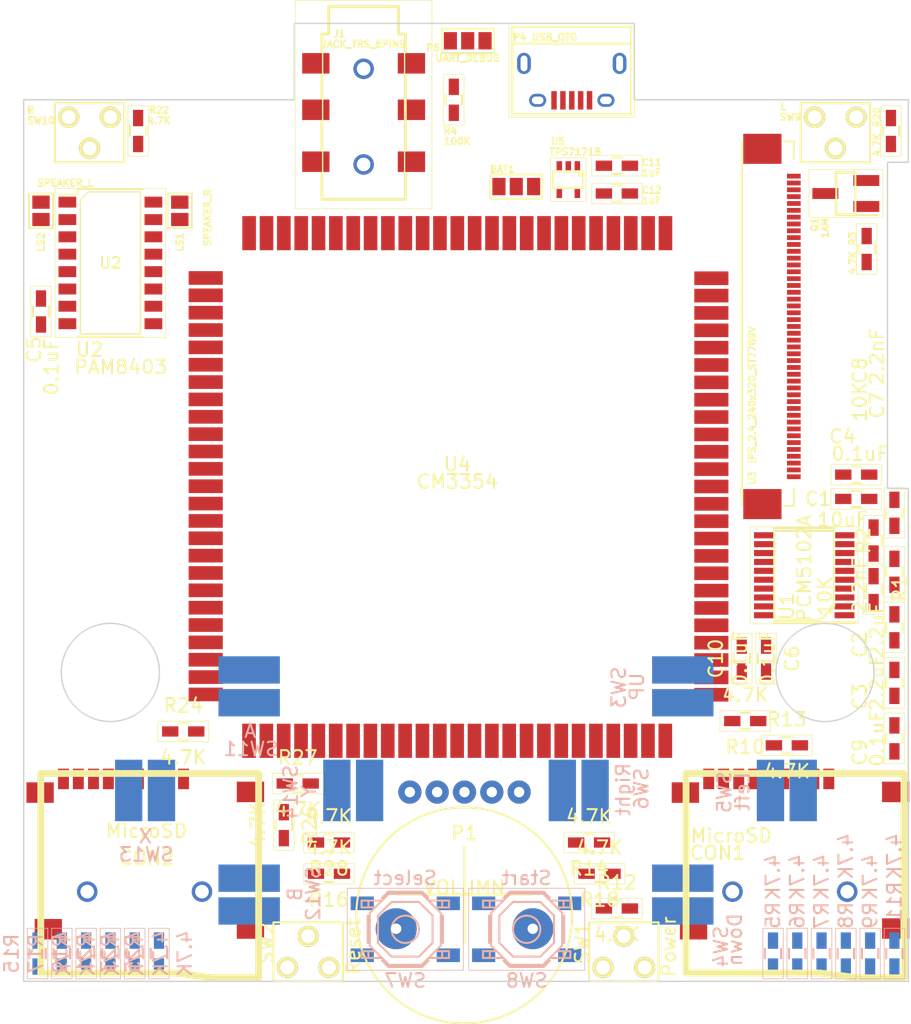
<source format=kicad_pcb>
(kicad_pcb (version 3) (host pcbnew "(22-Jun-2014 BZR 4027)-stable")

  (general
    (links 236)
    (no_connects 236)
    (area 108.777 64.195 176.973 141.073626)
    (thickness 1.6)
    (drawings 14)
    (tracks 0)
    (zones 0)
    (modules 69)
    (nets 88)
  )

  (page A4)
  (layers
    (15 F.Cu signal)
    (0 B.Cu signal)
    (16 B.Adhes user)
    (17 F.Adhes user)
    (18 B.Paste user)
    (19 F.Paste user)
    (20 B.SilkS user)
    (21 F.SilkS user)
    (22 B.Mask user)
    (23 F.Mask user)
    (24 Dwgs.User user)
    (25 Cmts.User user)
    (26 Eco1.User user)
    (27 Eco2.User user)
    (28 Edge.Cuts user)
  )

  (setup
    (last_trace_width 0.254)
    (trace_clearance 0.254)
    (zone_clearance 0.508)
    (zone_45_only no)
    (trace_min 0.254)
    (segment_width 0.2)
    (edge_width 0.1)
    (via_size 0.889)
    (via_drill 0.635)
    (via_min_size 0.889)
    (via_min_drill 0.508)
    (uvia_size 0.508)
    (uvia_drill 0.127)
    (uvias_allowed no)
    (uvia_min_size 0.508)
    (uvia_min_drill 0.127)
    (pcb_text_width 0.3)
    (pcb_text_size 1.5 1.5)
    (mod_edge_width 0.15)
    (mod_text_size 1 1)
    (mod_text_width 0.15)
    (pad_size 1.55 1.55)
    (pad_drill 1)
    (pad_to_mask_clearance 0)
    (aux_axis_origin 0 0)
    (visible_elements 7FFFFBFF)
    (pcbplotparams
      (layerselection 3178497)
      (usegerberextensions true)
      (excludeedgelayer true)
      (linewidth 0.100000)
      (plotframeref false)
      (viasonmask false)
      (mode 1)
      (useauxorigin false)
      (hpglpennumber 1)
      (hpglpenspeed 20)
      (hpglpendiameter 15)
      (hpglpenoverlay 2)
      (psnegative false)
      (psa4output false)
      (plotreference true)
      (plotvalue true)
      (plotothertext true)
      (plotinvisibletext false)
      (padsonsilk false)
      (subtractmaskfromsilk false)
      (outputformat 1)
      (mirror false)
      (drillshape 1)
      (scaleselection 1)
      (outputdirectory ""))
  )

  (net 0 "")
  (net 1 +3.3V)
  (net 2 +5V)
  (net 3 A)
  (net 4 AUDIO_BCK)
  (net 5 AUDIO_DIN)
  (net 6 AUDIO_LRCK)
  (net 7 AUDIO_MUTE)
  (net 8 B)
  (net 9 BAT_+)
  (net 10 BAT_T)
  (net 11 DOWN)
  (net 12 GND)
  (net 13 INL)
  (net 14 INR)
  (net 15 L)
  (net 16 LCD_CS)
  (net 17 LCD_DB0)
  (net 18 LCD_DB1)
  (net 19 LCD_DB10)
  (net 20 LCD_DB11)
  (net 21 LCD_DB12)
  (net 22 LCD_DB13)
  (net 23 LCD_DB14)
  (net 24 LCD_DB15)
  (net 25 LCD_DB2)
  (net 26 LCD_DB3)
  (net 27 LCD_DB4)
  (net 28 LCD_DB5)
  (net 29 LCD_DB6)
  (net 30 LCD_DB7)
  (net 31 LCD_DB8)
  (net 32 LCD_DB9)
  (net 33 LCD_ENABLE)
  (net 34 LCD_HSYNC)
  (net 35 LCD_PCLK)
  (net 36 LCD_RESET)
  (net 37 LCD_SCL)
  (net 38 LCD_SDI)
  (net 39 LCD_SDO)
  (net 40 LCD_VSYNC)
  (net 41 LED_K)
  (net 42 LED_PWM)
  (net 43 LEFT)
  (net 44 MUTE)
  (net 45 N-000001)
  (net 46 N-00000122)
  (net 47 N-0000048)
  (net 48 N-0000049)
  (net 49 N-0000050)
  (net 50 N-0000051)
  (net 51 N-0000056)
  (net 52 N-0000057)
  (net 53 N-0000058)
  (net 54 OUTL)
  (net 55 OUTR)
  (net 56 OUT_L+)
  (net 57 OUT_L-)
  (net 58 OUT_R+)
  (net 59 OUT_R-)
  (net 60 POWER)
  (net 61 R)
  (net 62 RESET)
  (net 63 RIGHT)
  (net 64 RTC_+)
  (net 65 SD0_CD)
  (net 66 SD0_CLK)
  (net 67 SD0_CMD)
  (net 68 SD0_DAT0)
  (net 69 SD0_DAT1)
  (net 70 SD0_DAT2)
  (net 71 SD0_DAT3)
  (net 72 SD1_CD)
  (net 73 SD1_CLK)
  (net 74 SD1_CMD)
  (net 75 SD1_DAT0)
  (net 76 SD1_DAT1)
  (net 77 SD1_DAT2)
  (net 78 SD1_DAT3)
  (net 79 SELECT)
  (net 80 START)
  (net 81 UART_RX)
  (net 82 UART_TX)
  (net 83 UP)
  (net 84 USB_DM)
  (net 85 USB_DP)
  (net 86 X)
  (net 87 Y)

  (net_class Default "This is the default net class."
    (clearance 0.254)
    (trace_width 0.254)
    (via_dia 0.889)
    (via_drill 0.635)
    (uvia_dia 0.508)
    (uvia_drill 0.127)
    (add_net "")
    (add_net +3.3V)
    (add_net +5V)
    (add_net A)
    (add_net AUDIO_BCK)
    (add_net AUDIO_DIN)
    (add_net AUDIO_LRCK)
    (add_net AUDIO_MUTE)
    (add_net B)
    (add_net BAT_+)
    (add_net BAT_T)
    (add_net DOWN)
    (add_net GND)
    (add_net INL)
    (add_net INR)
    (add_net L)
    (add_net LCD_CS)
    (add_net LCD_DB0)
    (add_net LCD_DB1)
    (add_net LCD_DB10)
    (add_net LCD_DB11)
    (add_net LCD_DB12)
    (add_net LCD_DB13)
    (add_net LCD_DB14)
    (add_net LCD_DB15)
    (add_net LCD_DB2)
    (add_net LCD_DB3)
    (add_net LCD_DB4)
    (add_net LCD_DB5)
    (add_net LCD_DB6)
    (add_net LCD_DB7)
    (add_net LCD_DB8)
    (add_net LCD_DB9)
    (add_net LCD_ENABLE)
    (add_net LCD_HSYNC)
    (add_net LCD_PCLK)
    (add_net LCD_RESET)
    (add_net LCD_SCL)
    (add_net LCD_SDI)
    (add_net LCD_SDO)
    (add_net LCD_VSYNC)
    (add_net LED_K)
    (add_net LED_PWM)
    (add_net LEFT)
    (add_net MUTE)
    (add_net N-000001)
    (add_net N-00000122)
    (add_net N-0000048)
    (add_net N-0000049)
    (add_net N-0000050)
    (add_net N-0000051)
    (add_net N-0000056)
    (add_net N-0000057)
    (add_net N-0000058)
    (add_net OUTL)
    (add_net OUTR)
    (add_net OUT_L+)
    (add_net OUT_L-)
    (add_net OUT_R+)
    (add_net OUT_R-)
    (add_net POWER)
    (add_net R)
    (add_net RESET)
    (add_net RIGHT)
    (add_net RTC_+)
    (add_net SD0_CD)
    (add_net SD0_CLK)
    (add_net SD0_CMD)
    (add_net SD0_DAT0)
    (add_net SD0_DAT1)
    (add_net SD0_DAT2)
    (add_net SD0_DAT3)
    (add_net SD1_CD)
    (add_net SD1_CLK)
    (add_net SD1_CMD)
    (add_net SD1_DAT0)
    (add_net SD1_DAT1)
    (add_net SD1_DAT2)
    (add_net SD1_DAT3)
    (add_net SELECT)
    (add_net START)
    (add_net UART_RX)
    (add_net UART_TX)
    (add_net UP)
    (add_net USB_DM)
    (add_net USB_DP)
    (add_net X)
    (add_net Y)
  )

  (module MyFT_Volumn (layer F.Cu) (tedit 5A28F537) (tstamp 5A2941F7)
    (at 142.748 131.318)
    (descr Volumn)
    (path /5A00C0EF)
    (fp_text reference P1 (at 0.017506 -4.5) (layer F.SilkS)
      (effects (font (size 1 1) (thickness 0.15)))
    )
    (fp_text value VOLUMN (at 0.017506 -0.5) (layer F.SilkS)
      (effects (font (size 1 1) (thickness 0.15)))
    )
    (fp_circle (center 0 1.524) (end 5.588 7.112) (layer F.SilkS) (width 0.15))
    (fp_line (start 0.017506 3.5) (end 0.017506 -3.5) (layer F.SilkS) (width 0.15))
    (fp_line (start 5.017506 0) (end -4.982494 0) (layer F.SilkS) (width 0.15))
    (pad 1 thru_hole circle (at 4.017506 -7.5 180) (size 1.7 1.7) (drill 0.762)
      (layers *.Cu *.Mask)
      (net 54 OUTL)
    )
    (pad 2 thru_hole circle (at 2.017506 -7.5 180) (size 1.7 1.7) (drill 0.762)
      (layers *.Cu *.Mask)
      (net 55 OUTR)
    )
    (pad 3 thru_hole circle (at 0.017506 -7.5 180) (size 1.7 1.7) (drill 0.762)
      (layers *.Cu *.Mask)
      (net 14 INR)
    )
    (pad 4 thru_hole circle (at -1.982494 -7.5 180) (size 1.7 1.7) (drill 0.762)
      (layers *.Cu *.Mask)
      (net 13 INL)
    )
    (pad 5 thru_hole circle (at -3.982494 -7.5 180) (size 1.7 1.7) (drill 0.762)
      (layers *.Cu *.Mask)
    )
    (pad 6 thru_hole circle (at 5.017506 2.5 180) (size 3 3) (drill 0.762)
      (layers *.Cu *.Mask)
    )
    (pad 7 thru_hole circle (at -4.982494 2.5 180) (size 3 3) (drill 0.762)
      (layers *.Cu *.Mask)
    )
  )

  (module MyFT_TSSOP-20_4.4x6.5mm_Pitch0.65mm (layer F.Cu) (tedit 5A2E5E68) (tstamp 5A2E48FA)
    (at 167.64 107.95 180)
    (descr "20-Lead Plastic Thin Shrink Small Outline (ST)-4.4 mm Body [TSSOP] (see Microchip Packaging Specification 00000049BS.pdf)")
    (tags "SSOP 0.65")
    (path /5A001EC8)
    (attr smd)
    (fp_text reference U1 (at 1.27 -2.286 270) (layer F.SilkS)
      (effects (font (size 1 1) (thickness 0.15)))
    )
    (fp_text value PCM5102A (at 0 0.508 270) (layer F.SilkS)
      (effects (font (size 1 1) (thickness 0.15)))
    )
    (fp_line (start -1.2 -3.25) (end 2.2 -3.25) (layer F.SilkS) (width 0.15))
    (fp_line (start 2.2 -3.25) (end 2.2 3.25) (layer F.SilkS) (width 0.15))
    (fp_line (start 2.2 3.25) (end -2.2 3.25) (layer F.SilkS) (width 0.15))
    (fp_line (start -2.2 3.25) (end -2.2 -2.25) (layer F.SilkS) (width 0.15))
    (fp_line (start -2.2 -2.25) (end -1.2 -3.25) (layer F.SilkS) (width 0.15))
    (fp_line (start -3.95 -3.55) (end -3.95 3.55) (layer F.SilkS) (width 0.05))
    (fp_line (start 3.95 -3.55) (end 3.95 3.55) (layer F.SilkS) (width 0.05))
    (fp_line (start -3.95 -3.55) (end 3.95 -3.55) (layer F.SilkS) (width 0.05))
    (fp_line (start -3.95 3.55) (end 3.95 3.55) (layer F.SilkS) (width 0.05))
    (fp_line (start -2.225 3.45) (end 2.225 3.45) (layer F.SilkS) (width 0.15))
    (fp_line (start -3.75 -3.45) (end 2.225 -3.45) (layer F.SilkS) (width 0.15))
    (pad 1 smd rect (at -2.95 -2.925 180) (size 1.45 0.45)
      (layers F.Cu F.Paste F.Mask)
      (net 1 +3.3V)
    )
    (pad 2 smd rect (at -2.95 -2.275 180) (size 1.45 0.45)
      (layers F.Cu F.Paste F.Mask)
      (net 48 N-0000049)
    )
    (pad 3 smd rect (at -2.95 -1.625 180) (size 1.45 0.45)
      (layers F.Cu F.Paste F.Mask)
      (net 12 GND)
    )
    (pad 4 smd rect (at -2.95 -0.975 180) (size 1.45 0.45)
      (layers F.Cu F.Paste F.Mask)
      (net 47 N-0000048)
    )
    (pad 5 smd rect (at -2.95 -0.325 180) (size 1.45 0.45)
      (layers F.Cu F.Paste F.Mask)
      (net 49 N-0000050)
    )
    (pad 6 smd rect (at -2.95 0.325 180) (size 1.45 0.45)
      (layers F.Cu F.Paste F.Mask)
      (net 50 N-0000051)
    )
    (pad 7 smd rect (at -2.95 0.975 180) (size 1.45 0.45)
      (layers F.Cu F.Paste F.Mask)
      (net 52 N-0000057)
    )
    (pad 8 smd rect (at -2.95 1.625 180) (size 1.45 0.45)
      (layers F.Cu F.Paste F.Mask)
      (net 1 +3.3V)
    )
    (pad 9 smd rect (at -2.95 2.275 180) (size 1.45 0.45)
      (layers F.Cu F.Paste F.Mask)
      (net 53 N-0000058)
    )
    (pad 10 smd rect (at -2.95 2.925 180) (size 1.45 0.45)
      (layers F.Cu F.Paste F.Mask)
      (net 1 +3.3V)
    )
    (pad 11 smd rect (at 2.95 2.925 180) (size 1.45 0.45)
      (layers F.Cu F.Paste F.Mask)
      (net 12 GND)
    )
    (pad 12 smd rect (at 2.95 2.275 180) (size 1.45 0.45)
      (layers F.Cu F.Paste F.Mask)
      (net 1 +3.3V)
    )
    (pad 13 smd rect (at 2.95 1.625 180) (size 1.45 0.45)
      (layers F.Cu F.Paste F.Mask)
      (net 4 AUDIO_BCK)
    )
    (pad 14 smd rect (at 2.95 0.975 180) (size 1.45 0.45)
      (layers F.Cu F.Paste F.Mask)
      (net 5 AUDIO_DIN)
    )
    (pad 15 smd rect (at 2.95 0.325 180) (size 1.45 0.45)
      (layers F.Cu F.Paste F.Mask)
      (net 6 AUDIO_LRCK)
    )
    (pad 16 smd rect (at 2.95 -0.325 180) (size 1.45 0.45)
      (layers F.Cu F.Paste F.Mask)
      (net 12 GND)
    )
    (pad 17 smd rect (at 2.95 -0.975 180) (size 1.45 0.45)
      (layers F.Cu F.Paste F.Mask)
      (net 7 AUDIO_MUTE)
    )
    (pad 18 smd rect (at 2.95 -1.625 180) (size 1.45 0.45)
      (layers F.Cu F.Paste F.Mask)
      (net 51 N-0000056)
    )
    (pad 19 smd rect (at 2.95 -2.275 180) (size 1.45 0.45)
      (layers F.Cu F.Paste F.Mask)
      (net 12 GND)
    )
    (pad 20 smd rect (at 2.95 -2.925 180) (size 1.45 0.45)
      (layers F.Cu F.Paste F.Mask)
      (net 1 +3.3V)
    )
    (model Housings_SSOP.3dshapes/TSSOP-20_4.4x6.5mm_Pitch0.65mm.wrl
      (at (xyz 0 0 0))
      (scale (xyz 1 1 1))
      (rotate (xyz 0 0 0))
    )
  )

  (module MyFT_SW_SPST_TL3342 (layer B.Cu) (tedit 56EAAF8C) (tstamp 5A29424F)
    (at 138.43 133.858)
    (descr "Low-profile SMD Tactile Switch, https://www.e-switch.com/system/asset/product_line/data_sheet/165/TL3342.pdf")
    (tags "SPST Tactile Switch")
    (path /5A202D3D)
    (attr smd)
    (fp_text reference SW7 (at 0 3.75) (layer B.SilkS)
      (effects (font (size 1 1) (thickness 0.15)) (justify mirror))
    )
    (fp_text value Select (at 0 -3.75) (layer B.SilkS)
      (effects (font (size 1 1) (thickness 0.15)) (justify mirror))
    )
    (fp_line (start 3.2 -2.1) (end 3.2 -1.6) (layer B.SilkS) (width 0.15))
    (fp_line (start 3.2 2.1) (end 3.2 1.6) (layer B.SilkS) (width 0.15))
    (fp_line (start -3.2 -2.1) (end -3.2 -1.6) (layer B.SilkS) (width 0.15))
    (fp_line (start -3.2 2.1) (end -3.2 1.6) (layer B.SilkS) (width 0.15))
    (fp_line (start 2.7 2.1) (end 2.7 1.6) (layer B.SilkS) (width 0.15))
    (fp_line (start 1.7 2.1) (end 3.2 2.1) (layer B.SilkS) (width 0.15))
    (fp_line (start 3.2 1.6) (end 2.2 1.6) (layer B.SilkS) (width 0.15))
    (fp_line (start -2.7 2.1) (end -2.7 1.6) (layer B.SilkS) (width 0.15))
    (fp_line (start -1.7 2.1) (end -3.2 2.1) (layer B.SilkS) (width 0.15))
    (fp_line (start -3.2 1.6) (end -2.2 1.6) (layer B.SilkS) (width 0.15))
    (fp_line (start -2.7 -2.1) (end -2.7 -1.6) (layer B.SilkS) (width 0.15))
    (fp_line (start -3.2 -1.6) (end -2.2 -1.6) (layer B.SilkS) (width 0.15))
    (fp_line (start -1.7 -2.1) (end -3.2 -2.1) (layer B.SilkS) (width 0.15))
    (fp_line (start 1.7 -2.1) (end 3.2 -2.1) (layer B.SilkS) (width 0.15))
    (fp_line (start 2.7 -2.1) (end 2.7 -1.6) (layer B.SilkS) (width 0.15))
    (fp_line (start 3.2 -1.6) (end 2.2 -1.6) (layer B.SilkS) (width 0.15))
    (fp_line (start -1.7 -2.3) (end -1.25 -2.75) (layer B.SilkS) (width 0.15))
    (fp_line (start 1.7 -2.3) (end 1.25 -2.75) (layer B.SilkS) (width 0.15))
    (fp_line (start 1.7 2.3) (end 1.25 2.75) (layer B.SilkS) (width 0.15))
    (fp_line (start -1.7 2.3) (end -1.25 2.75) (layer B.SilkS) (width 0.15))
    (fp_line (start -2 1) (end -1 2) (layer B.SilkS) (width 0.15))
    (fp_line (start -1 2) (end 1 2) (layer B.SilkS) (width 0.15))
    (fp_line (start 1 2) (end 2 1) (layer B.SilkS) (width 0.15))
    (fp_line (start 2 1) (end 2 -1) (layer B.SilkS) (width 0.15))
    (fp_line (start 2 -1) (end 1 -2) (layer B.SilkS) (width 0.15))
    (fp_line (start 1 -2) (end -1 -2) (layer B.SilkS) (width 0.15))
    (fp_line (start -1 -2) (end -2 -1) (layer B.SilkS) (width 0.15))
    (fp_line (start -2 -1) (end -2 1) (layer B.SilkS) (width 0.15))
    (fp_line (start 2.75 1) (end 2.75 -1) (layer B.SilkS) (width 0.15))
    (fp_line (start -1.25 -2.75) (end 1.25 -2.75) (layer B.SilkS) (width 0.15))
    (fp_line (start -2.75 1) (end -2.75 -1) (layer B.SilkS) (width 0.15))
    (fp_line (start -1.25 2.75) (end 1.25 2.75) (layer B.SilkS) (width 0.15))
    (fp_circle (center 0 0) (end 1 0) (layer B.SilkS) (width 0.15))
    (fp_line (start -2.6 1.2) (end -2.6 -1.2) (layer B.SilkS) (width 0.15))
    (fp_line (start -2.6 -1.2) (end -1.2 -2.6) (layer B.SilkS) (width 0.15))
    (fp_line (start -1.2 -2.6) (end 1.2 -2.6) (layer B.SilkS) (width 0.15))
    (fp_line (start 1.2 -2.6) (end 2.6 -1.2) (layer B.SilkS) (width 0.15))
    (fp_line (start 2.6 -1.2) (end 2.6 1.2) (layer B.SilkS) (width 0.15))
    (fp_line (start 2.6 1.2) (end 1.2 2.6) (layer B.SilkS) (width 0.15))
    (fp_line (start 1.2 2.6) (end -1.2 2.6) (layer B.SilkS) (width 0.15))
    (fp_line (start -1.2 2.6) (end -2.6 1.2) (layer B.SilkS) (width 0.15))
    (fp_line (start -4.25 3) (end 4.25 3) (layer B.SilkS) (width 0.05))
    (fp_line (start 4.25 3) (end 4.25 -3) (layer B.SilkS) (width 0.05))
    (fp_line (start 4.25 -3) (end -4.25 -3) (layer B.SilkS) (width 0.05))
    (fp_line (start -4.25 -3) (end -4.25 3) (layer B.SilkS) (width 0.05))
    (pad 1 smd rect (at -3.15 1.9) (size 1.7 1)
      (layers B.Cu B.Paste B.Mask)
      (net 79 SELECT)
    )
    (pad 1 smd rect (at 3.15 1.9) (size 1.7 1)
      (layers B.Cu B.Paste B.Mask)
      (net 79 SELECT)
    )
    (pad 2 smd rect (at -3.15 -1.9) (size 1.7 1)
      (layers B.Cu B.Paste B.Mask)
      (net 12 GND)
    )
    (pad 2 smd rect (at 3.15 -1.9) (size 1.7 1)
      (layers B.Cu B.Paste B.Mask)
      (net 12 GND)
    )
  )

  (module MyFT_SW_SPST_TL3342 (layer B.Cu) (tedit 56EAAF8C) (tstamp 5A294284)
    (at 147.32 133.858)
    (descr "Low-profile SMD Tactile Switch, https://www.e-switch.com/system/asset/product_line/data_sheet/165/TL3342.pdf")
    (tags "SPST Tactile Switch")
    (path /5A202F43)
    (attr smd)
    (fp_text reference SW8 (at 0 3.75) (layer B.SilkS)
      (effects (font (size 1 1) (thickness 0.15)) (justify mirror))
    )
    (fp_text value Start (at 0 -3.75) (layer B.SilkS)
      (effects (font (size 1 1) (thickness 0.15)) (justify mirror))
    )
    (fp_line (start 3.2 -2.1) (end 3.2 -1.6) (layer B.SilkS) (width 0.15))
    (fp_line (start 3.2 2.1) (end 3.2 1.6) (layer B.SilkS) (width 0.15))
    (fp_line (start -3.2 -2.1) (end -3.2 -1.6) (layer B.SilkS) (width 0.15))
    (fp_line (start -3.2 2.1) (end -3.2 1.6) (layer B.SilkS) (width 0.15))
    (fp_line (start 2.7 2.1) (end 2.7 1.6) (layer B.SilkS) (width 0.15))
    (fp_line (start 1.7 2.1) (end 3.2 2.1) (layer B.SilkS) (width 0.15))
    (fp_line (start 3.2 1.6) (end 2.2 1.6) (layer B.SilkS) (width 0.15))
    (fp_line (start -2.7 2.1) (end -2.7 1.6) (layer B.SilkS) (width 0.15))
    (fp_line (start -1.7 2.1) (end -3.2 2.1) (layer B.SilkS) (width 0.15))
    (fp_line (start -3.2 1.6) (end -2.2 1.6) (layer B.SilkS) (width 0.15))
    (fp_line (start -2.7 -2.1) (end -2.7 -1.6) (layer B.SilkS) (width 0.15))
    (fp_line (start -3.2 -1.6) (end -2.2 -1.6) (layer B.SilkS) (width 0.15))
    (fp_line (start -1.7 -2.1) (end -3.2 -2.1) (layer B.SilkS) (width 0.15))
    (fp_line (start 1.7 -2.1) (end 3.2 -2.1) (layer B.SilkS) (width 0.15))
    (fp_line (start 2.7 -2.1) (end 2.7 -1.6) (layer B.SilkS) (width 0.15))
    (fp_line (start 3.2 -1.6) (end 2.2 -1.6) (layer B.SilkS) (width 0.15))
    (fp_line (start -1.7 -2.3) (end -1.25 -2.75) (layer B.SilkS) (width 0.15))
    (fp_line (start 1.7 -2.3) (end 1.25 -2.75) (layer B.SilkS) (width 0.15))
    (fp_line (start 1.7 2.3) (end 1.25 2.75) (layer B.SilkS) (width 0.15))
    (fp_line (start -1.7 2.3) (end -1.25 2.75) (layer B.SilkS) (width 0.15))
    (fp_line (start -2 1) (end -1 2) (layer B.SilkS) (width 0.15))
    (fp_line (start -1 2) (end 1 2) (layer B.SilkS) (width 0.15))
    (fp_line (start 1 2) (end 2 1) (layer B.SilkS) (width 0.15))
    (fp_line (start 2 1) (end 2 -1) (layer B.SilkS) (width 0.15))
    (fp_line (start 2 -1) (end 1 -2) (layer B.SilkS) (width 0.15))
    (fp_line (start 1 -2) (end -1 -2) (layer B.SilkS) (width 0.15))
    (fp_line (start -1 -2) (end -2 -1) (layer B.SilkS) (width 0.15))
    (fp_line (start -2 -1) (end -2 1) (layer B.SilkS) (width 0.15))
    (fp_line (start 2.75 1) (end 2.75 -1) (layer B.SilkS) (width 0.15))
    (fp_line (start -1.25 -2.75) (end 1.25 -2.75) (layer B.SilkS) (width 0.15))
    (fp_line (start -2.75 1) (end -2.75 -1) (layer B.SilkS) (width 0.15))
    (fp_line (start -1.25 2.75) (end 1.25 2.75) (layer B.SilkS) (width 0.15))
    (fp_circle (center 0 0) (end 1 0) (layer B.SilkS) (width 0.15))
    (fp_line (start -2.6 1.2) (end -2.6 -1.2) (layer B.SilkS) (width 0.15))
    (fp_line (start -2.6 -1.2) (end -1.2 -2.6) (layer B.SilkS) (width 0.15))
    (fp_line (start -1.2 -2.6) (end 1.2 -2.6) (layer B.SilkS) (width 0.15))
    (fp_line (start 1.2 -2.6) (end 2.6 -1.2) (layer B.SilkS) (width 0.15))
    (fp_line (start 2.6 -1.2) (end 2.6 1.2) (layer B.SilkS) (width 0.15))
    (fp_line (start 2.6 1.2) (end 1.2 2.6) (layer B.SilkS) (width 0.15))
    (fp_line (start 1.2 2.6) (end -1.2 2.6) (layer B.SilkS) (width 0.15))
    (fp_line (start -1.2 2.6) (end -2.6 1.2) (layer B.SilkS) (width 0.15))
    (fp_line (start -4.25 3) (end 4.25 3) (layer B.SilkS) (width 0.05))
    (fp_line (start 4.25 3) (end 4.25 -3) (layer B.SilkS) (width 0.05))
    (fp_line (start 4.25 -3) (end -4.25 -3) (layer B.SilkS) (width 0.05))
    (fp_line (start -4.25 -3) (end -4.25 3) (layer B.SilkS) (width 0.05))
    (pad 1 smd rect (at -3.15 1.9) (size 1.7 1)
      (layers B.Cu B.Paste B.Mask)
      (net 80 START)
    )
    (pad 1 smd rect (at 3.15 1.9) (size 1.7 1)
      (layers B.Cu B.Paste B.Mask)
      (net 80 START)
    )
    (pad 2 smd rect (at -3.15 -1.9) (size 1.7 1)
      (layers B.Cu B.Paste B.Mask)
      (net 12 GND)
    )
    (pad 2 smd rect (at 3.15 -1.9) (size 1.7 1)
      (layers B.Cu B.Paste B.Mask)
      (net 12 GND)
    )
  )

  (module MyFT_SOP-16_4.4x10.4mm_Pitch1.27mm (layer F.Cu) (tedit 5A2E530C) (tstamp 5A2A5A67)
    (at 116.84 85.09)
    (descr "16-Lead Plastic Small Outline http://www.vishay.com/docs/49633/sg2098.pdf")
    (tags "SOP 1.27")
    (path /5A00B604)
    (attr smd)
    (fp_text reference U2 (at -1.524 6.35) (layer F.SilkS)
      (effects (font (size 1 1) (thickness 0.15)))
    )
    (fp_text value PAM8403 (at 0.762 7.62) (layer F.SilkS)
      (effects (font (size 1 1) (thickness 0.15)))
    )
    (fp_text user %R (at 0 0) (layer F.SilkS)
      (effects (font (size 0.8 0.8) (thickness 0.15)))
    )
    (fp_line (start -2.2 -4.6) (end -1.6 -5.2) (layer F.SilkS) (width 0.1))
    (fp_line (start -2.4 -5.4) (end -2.4 -5) (layer F.SilkS) (width 0.12))
    (fp_line (start -2.4 -5) (end -3.8 -5) (layer F.SilkS) (width 0.12))
    (fp_line (start -1.6 -5.2) (end 2.2 -5.2) (layer F.SilkS) (width 0.1))
    (fp_line (start 2.2 -5.2) (end 2.2 5.2) (layer F.SilkS) (width 0.1))
    (fp_line (start 2.2 5.2) (end -2.2 5.2) (layer F.SilkS) (width 0.1))
    (fp_line (start -2.2 5.2) (end -2.2 -4.6) (layer F.SilkS) (width 0.1))
    (fp_line (start -2.4 -5.4) (end 2.4 -5.4) (layer F.SilkS) (width 0.12))
    (fp_line (start -2.4 5.4) (end 2.4 5.4) (layer F.SilkS) (width 0.12))
    (fp_line (start -4.05 -5.45) (end 4.05 -5.45) (layer F.SilkS) (width 0.05))
    (fp_line (start -4.05 -5.45) (end -4.05 5.45) (layer F.SilkS) (width 0.05))
    (fp_line (start 4.05 5.45) (end 4.05 -5.45) (layer F.SilkS) (width 0.05))
    (fp_line (start 4.05 5.45) (end -4.05 5.45) (layer F.SilkS) (width 0.05))
    (pad 1 smd rect (at -3.15 -4.45) (size 1.3 0.8)
      (layers F.Cu F.Paste F.Mask)
      (net 56 OUT_L+)
    )
    (pad 2 smd rect (at -3.15 -3.17) (size 1.3 0.8)
      (layers F.Cu F.Paste F.Mask)
      (net 12 GND)
    )
    (pad 3 smd rect (at -3.15 -1.91) (size 1.3 0.8)
      (layers F.Cu F.Paste F.Mask)
      (net 57 OUT_L-)
    )
    (pad 4 smd rect (at -3.15 -0.64) (size 1.3 0.8)
      (layers F.Cu F.Paste F.Mask)
      (net 1 +3.3V)
    )
    (pad 5 smd rect (at -3.15 0.64) (size 1.3 0.8)
      (layers F.Cu F.Paste F.Mask)
      (net 44 MUTE)
    )
    (pad 6 smd rect (at -3.15 1.91) (size 1.3 0.8)
      (layers F.Cu F.Paste F.Mask)
      (net 1 +3.3V)
    )
    (pad 7 smd rect (at -3.15 3.17) (size 1.3 0.8)
      (layers F.Cu F.Paste F.Mask)
      (net 13 INL)
    )
    (pad 8 smd rect (at -3.15 4.45) (size 1.3 0.8)
      (layers F.Cu F.Paste F.Mask)
      (net 45 N-000001)
    )
    (pad 9 smd rect (at 3.15 4.45) (size 1.3 0.8)
      (layers F.Cu F.Paste F.Mask)
      (net 12 GND)
    )
    (pad 10 smd rect (at 3.15 3.17) (size 1.3 0.8)
      (layers F.Cu F.Paste F.Mask)
      (net 14 INR)
    )
    (pad 11 smd rect (at 3.15 1.91) (size 1.3 0.8)
      (layers F.Cu F.Paste F.Mask)
      (net 12 GND)
    )
    (pad 12 smd rect (at 3.15 0.64) (size 1.3 0.8)
      (layers F.Cu F.Paste F.Mask)
      (net 44 MUTE)
    )
    (pad 13 smd rect (at 3.15 -0.64) (size 1.3 0.8)
      (layers F.Cu F.Paste F.Mask)
      (net 1 +3.3V)
    )
    (pad 14 smd rect (at 3.15 -1.91) (size 1.3 0.8)
      (layers F.Cu F.Paste F.Mask)
      (net 59 OUT_R-)
    )
    (pad 15 smd rect (at 3.15 -3.17) (size 1.3 0.8)
      (layers F.Cu F.Paste F.Mask)
      (net 12 GND)
    )
    (pad 16 smd rect (at 3.15 -4.45) (size 1.3 0.8)
      (layers F.Cu F.Paste F.Mask)
      (net 58 OUT_R+)
    )
    (model ${KISYS3DMOD}/Housings_SSOP.3dshapes/SOP-16_4.4x10.4mm_Pitch1.27mm.wrl
      (at (xyz 0 0 0))
      (scale (xyz 1 1 1))
      (rotate (xyz 0 0 0))
    )
  )

  (module MyFT_SC-70-5 (layer F.Cu) (tedit 5A2E67F2) (tstamp 5A2A5A92)
    (at 150.368 78.994 180)
    (descr "SC70-5 SOT323-5")
    (path /59FFE126)
    (attr smd)
    (fp_text reference U5 (at 0.762 2.794 180) (layer F.SilkS)
      (effects (font (size 0.5 0.5) (thickness 0.125)))
    )
    (fp_text value TPS71718 (at -0.508 2.032 180) (layer F.SilkS)
      (effects (font (size 0.5 0.5) (thickness 0.125)))
    )
    (fp_line (start 1.3 -1.6) (end 1.3 1.6) (layer F.SilkS) (width 0.05))
    (fp_line (start -1.3 -1.6) (end 1.3 -1.6) (layer F.SilkS) (width 0.05))
    (fp_line (start -1.3 1.6) (end -1.3 -1.6) (layer F.SilkS) (width 0.05))
    (fp_line (start 1.3 1.6) (end -1.3 1.6) (layer F.SilkS) (width 0.05))
    (fp_line (start -1.1 0.3) (end -0.8 0.3) (layer F.SilkS) (width 0.15))
    (fp_line (start -0.8 0.3) (end -0.8 0.6) (layer F.SilkS) (width 0.15))
    (fp_line (start 1.1 -0.6) (end -1.1 -0.6) (layer F.SilkS) (width 0.15))
    (fp_line (start -1.1 -0.6) (end -1.1 0.6) (layer F.SilkS) (width 0.15))
    (fp_line (start -1.1 0.6) (end 1.1 0.6) (layer F.SilkS) (width 0.15))
    (fp_line (start 1.1 0.6) (end 1.1 -0.6) (layer F.SilkS) (width 0.15))
    (pad 1 smd rect (at -0.6604 1.016 180) (size 0.4064 0.6604)
      (layers F.Cu F.Paste F.Mask)
      (net 9 BAT_+)
    )
    (pad 3 smd rect (at 0.6604 1.016 180) (size 0.4064 0.6604)
      (layers F.Cu F.Paste F.Mask)
      (net 12 GND)
    )
    (pad 2 smd rect (at 0 1.016 180) (size 0.4064 0.6604)
      (layers F.Cu F.Paste F.Mask)
      (net 9 BAT_+)
    )
    (pad 4 smd rect (at 0.6604 -1.016 180) (size 0.4064 0.6604)
      (layers F.Cu F.Paste F.Mask)
    )
    (pad 5 smd rect (at -0.6604 -1.016 180) (size 0.4064 0.6604)
      (layers F.Cu F.Paste F.Mask)
      (net 64 RTC_+)
    )
    (model TO_SOT_Packages_SMD.3dshapes/SC-70-5.wrl
      (at (xyz 0 0 0))
      (scale (xyz 1 1 1))
      (rotate (xyz 0 0 0))
    )
  )

  (module MyFT_R_0603 (layer B.Cu) (tedit 541A9B4D) (tstamp 5A294351)
    (at 111.506 135.636 270)
    (descr "C 0603 Hand Soldering")
    (tags 0603)
    (path /5A1E734A)
    (attr smd)
    (fp_text reference R15 (at 0 1.9 270) (layer B.SilkS)
      (effects (font (size 1 1) (thickness 0.15)) (justify mirror))
    )
    (fp_text value 4.7K (at 0 -1.9 270) (layer B.SilkS)
      (effects (font (size 1 1) (thickness 0.15)) (justify mirror))
    )
    (fp_line (start -1.85 0.75) (end 1.85 0.75) (layer B.SilkS) (width 0.05))
    (fp_line (start -1.85 -0.75) (end 1.85 -0.75) (layer B.SilkS) (width 0.05))
    (fp_line (start -1.85 0.75) (end -1.85 -0.75) (layer B.SilkS) (width 0.05))
    (fp_line (start 1.85 0.75) (end 1.85 -0.75) (layer B.SilkS) (width 0.05))
    (fp_line (start -0.35 0.6) (end 0.35 0.6) (layer B.SilkS) (width 0.15))
    (fp_line (start 0.35 -0.6) (end -0.35 -0.6) (layer B.SilkS) (width 0.15))
    (pad 1 smd rect (at -0.95 0 270) (size 1.2 0.75)
      (layers B.Cu B.Paste B.Mask)
      (net 1 +3.3V)
    )
    (pad 2 smd rect (at 0.95 0 270) (size 1.2 0.75)
      (layers B.Cu B.Paste B.Mask)
      (net 78 SD1_DAT3)
    )
    (model Capacitors_SMD.3dshapes/C_0603_HandSoldering.wrl
      (at (xyz 0 0 0))
      (scale (xyz 1 1 1))
      (rotate (xyz 0 0 0))
    )
  )

  (module MyFT_R_0603 (layer B.Cu) (tedit 5A2E5FC6) (tstamp 5A29435D)
    (at 174.244 135.636 270)
    (descr "C 0603 Hand Soldering")
    (tags 0603)
    (path /5A1E70DA)
    (attr smd)
    (fp_text reference R11 (at -3.81 0 270) (layer B.SilkS)
      (effects (font (size 1 1) (thickness 0.15)) (justify mirror))
    )
    (fp_text value 4.7K (at -7.112 0 270) (layer B.SilkS)
      (effects (font (size 1 1) (thickness 0.15)) (justify mirror))
    )
    (fp_line (start -1.85 0.75) (end 1.85 0.75) (layer B.SilkS) (width 0.05))
    (fp_line (start -1.85 -0.75) (end 1.85 -0.75) (layer B.SilkS) (width 0.05))
    (fp_line (start -1.85 0.75) (end -1.85 -0.75) (layer B.SilkS) (width 0.05))
    (fp_line (start 1.85 0.75) (end 1.85 -0.75) (layer B.SilkS) (width 0.05))
    (fp_line (start -0.35 0.6) (end 0.35 0.6) (layer B.SilkS) (width 0.15))
    (fp_line (start 0.35 -0.6) (end -0.35 -0.6) (layer B.SilkS) (width 0.15))
    (pad 1 smd rect (at -0.95 0 270) (size 1.2 0.75)
      (layers B.Cu B.Paste B.Mask)
      (net 1 +3.3V)
    )
    (pad 2 smd rect (at 0.95 0 270) (size 1.2 0.75)
      (layers B.Cu B.Paste B.Mask)
      (net 68 SD0_DAT0)
    )
    (model Capacitors_SMD.3dshapes/C_0603_HandSoldering.wrl
      (at (xyz 0 0 0))
      (scale (xyz 1 1 1))
      (rotate (xyz 0 0 0))
    )
  )

  (module MyFT_R_0603 (layer F.Cu) (tedit 541A9B4D) (tstamp 5A294369)
    (at 163.322 118.618 180)
    (descr "C 0603 Hand Soldering")
    (tags 0603)
    (path /5A1EAFB6)
    (attr smd)
    (fp_text reference R10 (at 0 -1.9 180) (layer F.SilkS)
      (effects (font (size 1 1) (thickness 0.15)))
    )
    (fp_text value 4.7K (at 0 1.9 180) (layer F.SilkS)
      (effects (font (size 1 1) (thickness 0.15)))
    )
    (fp_line (start -1.85 -0.75) (end 1.85 -0.75) (layer F.SilkS) (width 0.05))
    (fp_line (start -1.85 0.75) (end 1.85 0.75) (layer F.SilkS) (width 0.05))
    (fp_line (start -1.85 -0.75) (end -1.85 0.75) (layer F.SilkS) (width 0.05))
    (fp_line (start 1.85 -0.75) (end 1.85 0.75) (layer F.SilkS) (width 0.05))
    (fp_line (start -0.35 -0.6) (end 0.35 -0.6) (layer F.SilkS) (width 0.15))
    (fp_line (start 0.35 0.6) (end -0.35 0.6) (layer F.SilkS) (width 0.15))
    (pad 1 smd rect (at -0.95 0 180) (size 1.2 0.75)
      (layers F.Cu F.Paste F.Mask)
      (net 1 +3.3V)
    )
    (pad 2 smd rect (at 0.95 0 180) (size 1.2 0.75)
      (layers F.Cu F.Paste F.Mask)
      (net 83 UP)
    )
    (model Capacitors_SMD.3dshapes/C_0603_HandSoldering.wrl
      (at (xyz 0 0 0))
      (scale (xyz 1 1 1))
      (rotate (xyz 0 0 0))
    )
  )

  (module MyFT_R_0603 (layer B.Cu) (tedit 5A2E5FCA) (tstamp 5A294375)
    (at 172.466 135.636 270)
    (descr "C 0603 Hand Soldering")
    (tags 0603)
    (path /5A1E70D4)
    (attr smd)
    (fp_text reference R9 (at -2.794 0 270) (layer B.SilkS)
      (effects (font (size 1 1) (thickness 0.15)) (justify mirror))
    )
    (fp_text value 4.7K (at -5.588 0 270) (layer B.SilkS)
      (effects (font (size 1 1) (thickness 0.15)) (justify mirror))
    )
    (fp_line (start -1.85 0.75) (end 1.85 0.75) (layer B.SilkS) (width 0.05))
    (fp_line (start -1.85 -0.75) (end 1.85 -0.75) (layer B.SilkS) (width 0.05))
    (fp_line (start -1.85 0.75) (end -1.85 -0.75) (layer B.SilkS) (width 0.05))
    (fp_line (start 1.85 0.75) (end 1.85 -0.75) (layer B.SilkS) (width 0.05))
    (fp_line (start -0.35 0.6) (end 0.35 0.6) (layer B.SilkS) (width 0.15))
    (fp_line (start 0.35 -0.6) (end -0.35 -0.6) (layer B.SilkS) (width 0.15))
    (pad 1 smd rect (at -0.95 0 270) (size 1.2 0.75)
      (layers B.Cu B.Paste B.Mask)
      (net 1 +3.3V)
    )
    (pad 2 smd rect (at 0.95 0 270) (size 1.2 0.75)
      (layers B.Cu B.Paste B.Mask)
      (net 69 SD0_DAT1)
    )
    (model Capacitors_SMD.3dshapes/C_0603_HandSoldering.wrl
      (at (xyz 0 0 0))
      (scale (xyz 1 1 1))
      (rotate (xyz 0 0 0))
    )
  )

  (module MyFT_R_0603 (layer B.Cu) (tedit 541A9B4D) (tstamp 5A294381)
    (at 113.284 135.636 270)
    (descr "C 0603 Hand Soldering")
    (tags 0603)
    (path /5A1E7350)
    (attr smd)
    (fp_text reference R17 (at 0 1.9 270) (layer B.SilkS)
      (effects (font (size 1 1) (thickness 0.15)) (justify mirror))
    )
    (fp_text value 4.7K (at 0 -1.9 270) (layer B.SilkS)
      (effects (font (size 1 1) (thickness 0.15)) (justify mirror))
    )
    (fp_line (start -1.85 0.75) (end 1.85 0.75) (layer B.SilkS) (width 0.05))
    (fp_line (start -1.85 -0.75) (end 1.85 -0.75) (layer B.SilkS) (width 0.05))
    (fp_line (start -1.85 0.75) (end -1.85 -0.75) (layer B.SilkS) (width 0.05))
    (fp_line (start 1.85 0.75) (end 1.85 -0.75) (layer B.SilkS) (width 0.05))
    (fp_line (start -0.35 0.6) (end 0.35 0.6) (layer B.SilkS) (width 0.15))
    (fp_line (start 0.35 -0.6) (end -0.35 -0.6) (layer B.SilkS) (width 0.15))
    (pad 1 smd rect (at -0.95 0 270) (size 1.2 0.75)
      (layers B.Cu B.Paste B.Mask)
      (net 1 +3.3V)
    )
    (pad 2 smd rect (at 0.95 0 270) (size 1.2 0.75)
      (layers B.Cu B.Paste B.Mask)
      (net 77 SD1_DAT2)
    )
    (model Capacitors_SMD.3dshapes/C_0603_HandSoldering.wrl
      (at (xyz 0 0 0))
      (scale (xyz 1 1 1))
      (rotate (xyz 0 0 0))
    )
  )

  (module MyFT_R_0603 (layer B.Cu) (tedit 541A9B4D) (tstamp 5A29438D)
    (at 115.062 135.636 270)
    (descr "C 0603 Hand Soldering")
    (tags 0603)
    (path /5A1E7356)
    (attr smd)
    (fp_text reference R19 (at 0 1.9 270) (layer B.SilkS)
      (effects (font (size 1 1) (thickness 0.15)) (justify mirror))
    )
    (fp_text value 4.7K (at 0 -1.9 270) (layer B.SilkS)
      (effects (font (size 1 1) (thickness 0.15)) (justify mirror))
    )
    (fp_line (start -1.85 0.75) (end 1.85 0.75) (layer B.SilkS) (width 0.05))
    (fp_line (start -1.85 -0.75) (end 1.85 -0.75) (layer B.SilkS) (width 0.05))
    (fp_line (start -1.85 0.75) (end -1.85 -0.75) (layer B.SilkS) (width 0.05))
    (fp_line (start 1.85 0.75) (end 1.85 -0.75) (layer B.SilkS) (width 0.05))
    (fp_line (start -0.35 0.6) (end 0.35 0.6) (layer B.SilkS) (width 0.15))
    (fp_line (start 0.35 -0.6) (end -0.35 -0.6) (layer B.SilkS) (width 0.15))
    (pad 1 smd rect (at -0.95 0 270) (size 1.2 0.75)
      (layers B.Cu B.Paste B.Mask)
      (net 1 +3.3V)
    )
    (pad 2 smd rect (at 0.95 0 270) (size 1.2 0.75)
      (layers B.Cu B.Paste B.Mask)
      (net 73 SD1_CLK)
    )
    (model Capacitors_SMD.3dshapes/C_0603_HandSoldering.wrl
      (at (xyz 0 0 0))
      (scale (xyz 1 1 1))
      (rotate (xyz 0 0 0))
    )
  )

  (module MyFT_R_0603 (layer B.Cu) (tedit 5A2E5FC0) (tstamp 5A294399)
    (at 170.688 135.636 270)
    (descr "C 0603 Hand Soldering")
    (tags 0603)
    (path /5A1E6FFA)
    (attr smd)
    (fp_text reference R8 (at -2.794 0 270) (layer B.SilkS)
      (effects (font (size 1 1) (thickness 0.15)) (justify mirror))
    )
    (fp_text value 4.7K (at -7.112 0 270) (layer B.SilkS)
      (effects (font (size 1 1) (thickness 0.15)) (justify mirror))
    )
    (fp_line (start -1.85 0.75) (end 1.85 0.75) (layer B.SilkS) (width 0.05))
    (fp_line (start -1.85 -0.75) (end 1.85 -0.75) (layer B.SilkS) (width 0.05))
    (fp_line (start -1.85 0.75) (end -1.85 -0.75) (layer B.SilkS) (width 0.05))
    (fp_line (start 1.85 0.75) (end 1.85 -0.75) (layer B.SilkS) (width 0.05))
    (fp_line (start -0.35 0.6) (end 0.35 0.6) (layer B.SilkS) (width 0.15))
    (fp_line (start 0.35 -0.6) (end -0.35 -0.6) (layer B.SilkS) (width 0.15))
    (pad 1 smd rect (at -0.95 0 270) (size 1.2 0.75)
      (layers B.Cu B.Paste B.Mask)
      (net 1 +3.3V)
    )
    (pad 2 smd rect (at 0.95 0 270) (size 1.2 0.75)
      (layers B.Cu B.Paste B.Mask)
      (net 67 SD0_CMD)
    )
    (model Capacitors_SMD.3dshapes/C_0603_HandSoldering.wrl
      (at (xyz 0 0 0))
      (scale (xyz 1 1 1))
      (rotate (xyz 0 0 0))
    )
  )

  (module MyFT_R_0603 (layer B.Cu) (tedit 5A2E5FB5) (tstamp 5A2943A5)
    (at 168.91 135.636 270)
    (descr "C 0603 Hand Soldering")
    (tags 0603)
    (path /5A1E6FF4)
    (attr smd)
    (fp_text reference R7 (at -2.794 0 270) (layer B.SilkS)
      (effects (font (size 1 1) (thickness 0.15)) (justify mirror))
    )
    (fp_text value 4.7K (at -5.588 0 270) (layer B.SilkS)
      (effects (font (size 1 1) (thickness 0.15)) (justify mirror))
    )
    (fp_line (start -1.85 0.75) (end 1.85 0.75) (layer B.SilkS) (width 0.05))
    (fp_line (start -1.85 -0.75) (end 1.85 -0.75) (layer B.SilkS) (width 0.05))
    (fp_line (start -1.85 0.75) (end -1.85 -0.75) (layer B.SilkS) (width 0.05))
    (fp_line (start 1.85 0.75) (end 1.85 -0.75) (layer B.SilkS) (width 0.05))
    (fp_line (start -0.35 0.6) (end 0.35 0.6) (layer B.SilkS) (width 0.15))
    (fp_line (start 0.35 -0.6) (end -0.35 -0.6) (layer B.SilkS) (width 0.15))
    (pad 1 smd rect (at -0.95 0 270) (size 1.2 0.75)
      (layers B.Cu B.Paste B.Mask)
      (net 1 +3.3V)
    )
    (pad 2 smd rect (at 0.95 0 270) (size 1.2 0.75)
      (layers B.Cu B.Paste B.Mask)
      (net 66 SD0_CLK)
    )
    (model Capacitors_SMD.3dshapes/C_0603_HandSoldering.wrl
      (at (xyz 0 0 0))
      (scale (xyz 1 1 1))
      (rotate (xyz 0 0 0))
    )
  )

  (module MyFT_R_0603 (layer B.Cu) (tedit 5A2E5FA9) (tstamp 5A2943B1)
    (at 167.132 135.636 270)
    (descr "C 0603 Hand Soldering")
    (tags 0603)
    (path /5A1E6F30)
    (attr smd)
    (fp_text reference R6 (at -2.794 0 270) (layer B.SilkS)
      (effects (font (size 1 1) (thickness 0.15)) (justify mirror))
    )
    (fp_text value 4.7K (at -5.588 0 270) (layer B.SilkS)
      (effects (font (size 1 1) (thickness 0.15)) (justify mirror))
    )
    (fp_line (start -1.85 0.75) (end 1.85 0.75) (layer B.SilkS) (width 0.05))
    (fp_line (start -1.85 -0.75) (end 1.85 -0.75) (layer B.SilkS) (width 0.05))
    (fp_line (start -1.85 0.75) (end -1.85 -0.75) (layer B.SilkS) (width 0.05))
    (fp_line (start 1.85 0.75) (end 1.85 -0.75) (layer B.SilkS) (width 0.05))
    (fp_line (start -0.35 0.6) (end 0.35 0.6) (layer B.SilkS) (width 0.15))
    (fp_line (start 0.35 -0.6) (end -0.35 -0.6) (layer B.SilkS) (width 0.15))
    (pad 1 smd rect (at -0.95 0 270) (size 1.2 0.75)
      (layers B.Cu B.Paste B.Mask)
      (net 1 +3.3V)
    )
    (pad 2 smd rect (at 0.95 0 270) (size 1.2 0.75)
      (layers B.Cu B.Paste B.Mask)
      (net 70 SD0_DAT2)
    )
    (model Capacitors_SMD.3dshapes/C_0603_HandSoldering.wrl
      (at (xyz 0 0 0))
      (scale (xyz 1 1 1))
      (rotate (xyz 0 0 0))
    )
  )

  (module MyFT_R_0603 (layer B.Cu) (tedit 541A9B4D) (tstamp 5A2943BD)
    (at 116.84 135.636 270)
    (descr "C 0603 Hand Soldering")
    (tags 0603)
    (path /5A1E735C)
    (attr smd)
    (fp_text reference R21 (at 0 1.9 270) (layer B.SilkS)
      (effects (font (size 1 1) (thickness 0.15)) (justify mirror))
    )
    (fp_text value 4.7K (at 0 -1.9 270) (layer B.SilkS)
      (effects (font (size 1 1) (thickness 0.15)) (justify mirror))
    )
    (fp_line (start -1.85 0.75) (end 1.85 0.75) (layer B.SilkS) (width 0.05))
    (fp_line (start -1.85 -0.75) (end 1.85 -0.75) (layer B.SilkS) (width 0.05))
    (fp_line (start -1.85 0.75) (end -1.85 -0.75) (layer B.SilkS) (width 0.05))
    (fp_line (start 1.85 0.75) (end 1.85 -0.75) (layer B.SilkS) (width 0.05))
    (fp_line (start -0.35 0.6) (end 0.35 0.6) (layer B.SilkS) (width 0.15))
    (fp_line (start 0.35 -0.6) (end -0.35 -0.6) (layer B.SilkS) (width 0.15))
    (pad 1 smd rect (at -0.95 0 270) (size 1.2 0.75)
      (layers B.Cu B.Paste B.Mask)
      (net 1 +3.3V)
    )
    (pad 2 smd rect (at 0.95 0 270) (size 1.2 0.75)
      (layers B.Cu B.Paste B.Mask)
      (net 74 SD1_CMD)
    )
    (model Capacitors_SMD.3dshapes/C_0603_HandSoldering.wrl
      (at (xyz 0 0 0))
      (scale (xyz 1 1 1))
      (rotate (xyz 0 0 0))
    )
  )

  (module MyFT_R_0603 (layer B.Cu) (tedit 541A9B4D) (tstamp 5A2943C9)
    (at 118.618 135.636 270)
    (descr "C 0603 Hand Soldering")
    (tags 0603)
    (path /5A1E7362)
    (attr smd)
    (fp_text reference R23 (at 0 1.9 270) (layer B.SilkS)
      (effects (font (size 1 1) (thickness 0.15)) (justify mirror))
    )
    (fp_text value 4.7K (at 0 -1.9 270) (layer B.SilkS)
      (effects (font (size 1 1) (thickness 0.15)) (justify mirror))
    )
    (fp_line (start -1.85 0.75) (end 1.85 0.75) (layer B.SilkS) (width 0.05))
    (fp_line (start -1.85 -0.75) (end 1.85 -0.75) (layer B.SilkS) (width 0.05))
    (fp_line (start -1.85 0.75) (end -1.85 -0.75) (layer B.SilkS) (width 0.05))
    (fp_line (start 1.85 0.75) (end 1.85 -0.75) (layer B.SilkS) (width 0.05))
    (fp_line (start -0.35 0.6) (end 0.35 0.6) (layer B.SilkS) (width 0.15))
    (fp_line (start 0.35 -0.6) (end -0.35 -0.6) (layer B.SilkS) (width 0.15))
    (pad 1 smd rect (at -0.95 0 270) (size 1.2 0.75)
      (layers B.Cu B.Paste B.Mask)
      (net 1 +3.3V)
    )
    (pad 2 smd rect (at 0.95 0 270) (size 1.2 0.75)
      (layers B.Cu B.Paste B.Mask)
      (net 76 SD1_DAT1)
    )
    (model Capacitors_SMD.3dshapes/C_0603_HandSoldering.wrl
      (at (xyz 0 0 0))
      (scale (xyz 1 1 1))
      (rotate (xyz 0 0 0))
    )
  )

  (module MyFT_R_0603 (layer B.Cu) (tedit 541A9B4D) (tstamp 5A2943D5)
    (at 120.396 135.636 270)
    (descr "C 0603 Hand Soldering")
    (tags 0603)
    (path /5A1E7368)
    (attr smd)
    (fp_text reference R25 (at 0 1.9 270) (layer B.SilkS)
      (effects (font (size 1 1) (thickness 0.15)) (justify mirror))
    )
    (fp_text value 4.7K (at 0 -1.9 270) (layer B.SilkS)
      (effects (font (size 1 1) (thickness 0.15)) (justify mirror))
    )
    (fp_line (start -1.85 0.75) (end 1.85 0.75) (layer B.SilkS) (width 0.05))
    (fp_line (start -1.85 -0.75) (end 1.85 -0.75) (layer B.SilkS) (width 0.05))
    (fp_line (start -1.85 0.75) (end -1.85 -0.75) (layer B.SilkS) (width 0.05))
    (fp_line (start 1.85 0.75) (end 1.85 -0.75) (layer B.SilkS) (width 0.05))
    (fp_line (start -0.35 0.6) (end 0.35 0.6) (layer B.SilkS) (width 0.15))
    (fp_line (start 0.35 -0.6) (end -0.35 -0.6) (layer B.SilkS) (width 0.15))
    (pad 1 smd rect (at -0.95 0 270) (size 1.2 0.75)
      (layers B.Cu B.Paste B.Mask)
      (net 1 +3.3V)
    )
    (pad 2 smd rect (at 0.95 0 270) (size 1.2 0.75)
      (layers B.Cu B.Paste B.Mask)
      (net 75 SD1_DAT0)
    )
    (model Capacitors_SMD.3dshapes/C_0603_HandSoldering.wrl
      (at (xyz 0 0 0))
      (scale (xyz 1 1 1))
      (rotate (xyz 0 0 0))
    )
  )

  (module MyFT_R_0603 (layer F.Cu) (tedit 541A9B4D) (tstamp 5A2943E1)
    (at 129.54 126.238 270)
    (descr "C 0603 Hand Soldering")
    (tags 0603)
    (path /5A1EAFEC)
    (attr smd)
    (fp_text reference R26 (at 0 -1.9 270) (layer F.SilkS)
      (effects (font (size 1 1) (thickness 0.15)))
    )
    (fp_text value 4.7K (at 0 1.9 270) (layer F.SilkS)
      (effects (font (size 1 1) (thickness 0.15)))
    )
    (fp_line (start -1.85 -0.75) (end 1.85 -0.75) (layer F.SilkS) (width 0.05))
    (fp_line (start -1.85 0.75) (end 1.85 0.75) (layer F.SilkS) (width 0.05))
    (fp_line (start -1.85 -0.75) (end -1.85 0.75) (layer F.SilkS) (width 0.05))
    (fp_line (start 1.85 -0.75) (end 1.85 0.75) (layer F.SilkS) (width 0.05))
    (fp_line (start -0.35 -0.6) (end 0.35 -0.6) (layer F.SilkS) (width 0.15))
    (fp_line (start 0.35 0.6) (end -0.35 0.6) (layer F.SilkS) (width 0.15))
    (pad 1 smd rect (at -0.95 0 270) (size 1.2 0.75)
      (layers F.Cu F.Paste F.Mask)
      (net 1 +3.3V)
    )
    (pad 2 smd rect (at 0.95 0 270) (size 1.2 0.75)
      (layers F.Cu F.Paste F.Mask)
      (net 8 B)
    )
    (model Capacitors_SMD.3dshapes/C_0603_HandSoldering.wrl
      (at (xyz 0 0 0))
      (scale (xyz 1 1 1))
      (rotate (xyz 0 0 0))
    )
  )

  (module MyFT_R_0603 (layer F.Cu) (tedit 541A9B4D) (tstamp 5A2943ED)
    (at 153.924 132.334)
    (descr "C 0603 Hand Soldering")
    (tags 0603)
    (path /5A1EAFBC)
    (attr smd)
    (fp_text reference R12 (at 0 -1.9) (layer F.SilkS)
      (effects (font (size 1 1) (thickness 0.15)))
    )
    (fp_text value 4.7K (at 0 1.9) (layer F.SilkS)
      (effects (font (size 1 1) (thickness 0.15)))
    )
    (fp_line (start -1.85 -0.75) (end 1.85 -0.75) (layer F.SilkS) (width 0.05))
    (fp_line (start -1.85 0.75) (end 1.85 0.75) (layer F.SilkS) (width 0.05))
    (fp_line (start -1.85 -0.75) (end -1.85 0.75) (layer F.SilkS) (width 0.05))
    (fp_line (start 1.85 -0.75) (end 1.85 0.75) (layer F.SilkS) (width 0.05))
    (fp_line (start -0.35 -0.6) (end 0.35 -0.6) (layer F.SilkS) (width 0.15))
    (fp_line (start 0.35 0.6) (end -0.35 0.6) (layer F.SilkS) (width 0.15))
    (pad 1 smd rect (at -0.95 0) (size 1.2 0.75)
      (layers F.Cu F.Paste F.Mask)
      (net 1 +3.3V)
    )
    (pad 2 smd rect (at 0.95 0) (size 1.2 0.75)
      (layers F.Cu F.Paste F.Mask)
      (net 11 DOWN)
    )
    (model Capacitors_SMD.3dshapes/C_0603_HandSoldering.wrl
      (at (xyz 0 0 0))
      (scale (xyz 1 1 1))
      (rotate (xyz 0 0 0))
    )
  )

  (module MyFT_R_0603 (layer F.Cu) (tedit 541A9B4D) (tstamp 5A2943F9)
    (at 166.37 120.396)
    (descr "C 0603 Hand Soldering")
    (tags 0603)
    (path /5A1EAFC2)
    (attr smd)
    (fp_text reference R13 (at 0 -1.9) (layer F.SilkS)
      (effects (font (size 1 1) (thickness 0.15)))
    )
    (fp_text value 4.7K (at 0 1.9) (layer F.SilkS)
      (effects (font (size 1 1) (thickness 0.15)))
    )
    (fp_line (start -1.85 -0.75) (end 1.85 -0.75) (layer F.SilkS) (width 0.05))
    (fp_line (start -1.85 0.75) (end 1.85 0.75) (layer F.SilkS) (width 0.05))
    (fp_line (start -1.85 -0.75) (end -1.85 0.75) (layer F.SilkS) (width 0.05))
    (fp_line (start 1.85 -0.75) (end 1.85 0.75) (layer F.SilkS) (width 0.05))
    (fp_line (start -0.35 -0.6) (end 0.35 -0.6) (layer F.SilkS) (width 0.15))
    (fp_line (start 0.35 0.6) (end -0.35 0.6) (layer F.SilkS) (width 0.15))
    (pad 1 smd rect (at -0.95 0) (size 1.2 0.75)
      (layers F.Cu F.Paste F.Mask)
      (net 1 +3.3V)
    )
    (pad 2 smd rect (at 0.95 0) (size 1.2 0.75)
      (layers F.Cu F.Paste F.Mask)
      (net 43 LEFT)
    )
    (model Capacitors_SMD.3dshapes/C_0603_HandSoldering.wrl
      (at (xyz 0 0 0))
      (scale (xyz 1 1 1))
      (rotate (xyz 0 0 0))
    )
  )

  (module MyFT_R_0603 (layer F.Cu) (tedit 541A9B4D) (tstamp 5A294405)
    (at 151.892 127.508 180)
    (descr "C 0603 Hand Soldering")
    (tags 0603)
    (path /5A1EAFC8)
    (attr smd)
    (fp_text reference R14 (at 0 -1.9 180) (layer F.SilkS)
      (effects (font (size 1 1) (thickness 0.15)))
    )
    (fp_text value 4.7K (at 0 1.9 180) (layer F.SilkS)
      (effects (font (size 1 1) (thickness 0.15)))
    )
    (fp_line (start -1.85 -0.75) (end 1.85 -0.75) (layer F.SilkS) (width 0.05))
    (fp_line (start -1.85 0.75) (end 1.85 0.75) (layer F.SilkS) (width 0.05))
    (fp_line (start -1.85 -0.75) (end -1.85 0.75) (layer F.SilkS) (width 0.05))
    (fp_line (start 1.85 -0.75) (end 1.85 0.75) (layer F.SilkS) (width 0.05))
    (fp_line (start -0.35 -0.6) (end 0.35 -0.6) (layer F.SilkS) (width 0.15))
    (fp_line (start 0.35 0.6) (end -0.35 0.6) (layer F.SilkS) (width 0.15))
    (pad 1 smd rect (at -0.95 0 180) (size 1.2 0.75)
      (layers F.Cu F.Paste F.Mask)
      (net 1 +3.3V)
    )
    (pad 2 smd rect (at 0.95 0 180) (size 1.2 0.75)
      (layers F.Cu F.Paste F.Mask)
      (net 63 RIGHT)
    )
    (model Capacitors_SMD.3dshapes/C_0603_HandSoldering.wrl
      (at (xyz 0 0 0))
      (scale (xyz 1 1 1))
      (rotate (xyz 0 0 0))
    )
  )

  (module MyFT_R_0603 (layer F.Cu) (tedit 541A9B4D) (tstamp 5A294411)
    (at 132.842 129.794 180)
    (descr "C 0603 Hand Soldering")
    (tags 0603)
    (path /5A1EAFCE)
    (attr smd)
    (fp_text reference R16 (at 0 -1.9 180) (layer F.SilkS)
      (effects (font (size 1 1) (thickness 0.15)))
    )
    (fp_text value 4.7K (at 0 1.9 180) (layer F.SilkS)
      (effects (font (size 1 1) (thickness 0.15)))
    )
    (fp_line (start -1.85 -0.75) (end 1.85 -0.75) (layer F.SilkS) (width 0.05))
    (fp_line (start -1.85 0.75) (end 1.85 0.75) (layer F.SilkS) (width 0.05))
    (fp_line (start -1.85 -0.75) (end -1.85 0.75) (layer F.SilkS) (width 0.05))
    (fp_line (start 1.85 -0.75) (end 1.85 0.75) (layer F.SilkS) (width 0.05))
    (fp_line (start -0.35 -0.6) (end 0.35 -0.6) (layer F.SilkS) (width 0.15))
    (fp_line (start 0.35 0.6) (end -0.35 0.6) (layer F.SilkS) (width 0.15))
    (pad 1 smd rect (at -0.95 0 180) (size 1.2 0.75)
      (layers F.Cu F.Paste F.Mask)
      (net 1 +3.3V)
    )
    (pad 2 smd rect (at 0.95 0 180) (size 1.2 0.75)
      (layers F.Cu F.Paste F.Mask)
      (net 79 SELECT)
    )
    (model Capacitors_SMD.3dshapes/C_0603_HandSoldering.wrl
      (at (xyz 0 0 0))
      (scale (xyz 1 1 1))
      (rotate (xyz 0 0 0))
    )
  )

  (module MyFT_R_0603 (layer F.Cu) (tedit 541A9B4D) (tstamp 5A29441D)
    (at 152.654 129.794 180)
    (descr "C 0603 Hand Soldering")
    (tags 0603)
    (path /5A1EAFD4)
    (attr smd)
    (fp_text reference R18 (at 0 -1.9 180) (layer F.SilkS)
      (effects (font (size 1 1) (thickness 0.15)))
    )
    (fp_text value 4.7K (at 0 1.9 180) (layer F.SilkS)
      (effects (font (size 1 1) (thickness 0.15)))
    )
    (fp_line (start -1.85 -0.75) (end 1.85 -0.75) (layer F.SilkS) (width 0.05))
    (fp_line (start -1.85 0.75) (end 1.85 0.75) (layer F.SilkS) (width 0.05))
    (fp_line (start -1.85 -0.75) (end -1.85 0.75) (layer F.SilkS) (width 0.05))
    (fp_line (start 1.85 -0.75) (end 1.85 0.75) (layer F.SilkS) (width 0.05))
    (fp_line (start -0.35 -0.6) (end 0.35 -0.6) (layer F.SilkS) (width 0.15))
    (fp_line (start 0.35 0.6) (end -0.35 0.6) (layer F.SilkS) (width 0.15))
    (pad 1 smd rect (at -0.95 0 180) (size 1.2 0.75)
      (layers F.Cu F.Paste F.Mask)
      (net 1 +3.3V)
    )
    (pad 2 smd rect (at 0.95 0 180) (size 1.2 0.75)
      (layers F.Cu F.Paste F.Mask)
      (net 80 START)
    )
    (model Capacitors_SMD.3dshapes/C_0603_HandSoldering.wrl
      (at (xyz 0 0 0))
      (scale (xyz 1 1 1))
      (rotate (xyz 0 0 0))
    )
  )

  (module MyFT_R_0603 (layer F.Cu) (tedit 5A2E6705) (tstamp 5A294429)
    (at 173.99 75.438 90)
    (descr "C 0603 Hand Soldering")
    (tags 0603)
    (path /5A1EAFDA)
    (attr smd)
    (fp_text reference R20 (at 1.016 -1.016 90) (layer F.SilkS)
      (effects (font (size 0.5 0.5) (thickness 0.125)))
    )
    (fp_text value 4.7K (at -1.016 -1.016 90) (layer F.SilkS)
      (effects (font (size 0.5 0.5) (thickness 0.125)))
    )
    (fp_line (start -1.85 -0.75) (end 1.85 -0.75) (layer F.SilkS) (width 0.05))
    (fp_line (start -1.85 0.75) (end 1.85 0.75) (layer F.SilkS) (width 0.05))
    (fp_line (start -1.85 -0.75) (end -1.85 0.75) (layer F.SilkS) (width 0.05))
    (fp_line (start 1.85 -0.75) (end 1.85 0.75) (layer F.SilkS) (width 0.05))
    (fp_line (start -0.35 -0.6) (end 0.35 -0.6) (layer F.SilkS) (width 0.15))
    (fp_line (start 0.35 0.6) (end -0.35 0.6) (layer F.SilkS) (width 0.15))
    (pad 1 smd rect (at -0.95 0 90) (size 1.2 0.75)
      (layers F.Cu F.Paste F.Mask)
      (net 1 +3.3V)
    )
    (pad 2 smd rect (at 0.95 0 90) (size 1.2 0.75)
      (layers F.Cu F.Paste F.Mask)
      (net 15 L)
    )
    (model Capacitors_SMD.3dshapes/C_0603_HandSoldering.wrl
      (at (xyz 0 0 0))
      (scale (xyz 1 1 1))
      (rotate (xyz 0 0 0))
    )
  )

  (module MyFT_R_0603 (layer F.Cu) (tedit 5A2E68B8) (tstamp 5A294435)
    (at 118.872 75.438 90)
    (descr "C 0603 Hand Soldering")
    (tags 0603)
    (path /5A1EAFE0)
    (attr smd)
    (fp_text reference R22 (at 1.524 1.524 180) (layer F.SilkS)
      (effects (font (size 0.5 0.5) (thickness 0.125)))
    )
    (fp_text value 4.7K (at 0.762 1.524 180) (layer F.SilkS)
      (effects (font (size 0.5 0.5) (thickness 0.125)))
    )
    (fp_line (start -1.85 -0.75) (end 1.85 -0.75) (layer F.SilkS) (width 0.05))
    (fp_line (start -1.85 0.75) (end 1.85 0.75) (layer F.SilkS) (width 0.05))
    (fp_line (start -1.85 -0.75) (end -1.85 0.75) (layer F.SilkS) (width 0.05))
    (fp_line (start 1.85 -0.75) (end 1.85 0.75) (layer F.SilkS) (width 0.05))
    (fp_line (start -0.35 -0.6) (end 0.35 -0.6) (layer F.SilkS) (width 0.15))
    (fp_line (start 0.35 0.6) (end -0.35 0.6) (layer F.SilkS) (width 0.15))
    (pad 1 smd rect (at -0.95 0 90) (size 1.2 0.75)
      (layers F.Cu F.Paste F.Mask)
      (net 1 +3.3V)
    )
    (pad 2 smd rect (at 0.95 0 90) (size 1.2 0.75)
      (layers F.Cu F.Paste F.Mask)
      (net 61 R)
    )
    (model Capacitors_SMD.3dshapes/C_0603_HandSoldering.wrl
      (at (xyz 0 0 0))
      (scale (xyz 1 1 1))
      (rotate (xyz 0 0 0))
    )
  )

  (module MyFT_R_0603 (layer F.Cu) (tedit 541A9B4D) (tstamp 5A294441)
    (at 122.174 119.38)
    (descr "C 0603 Hand Soldering")
    (tags 0603)
    (path /5A1EAFE6)
    (attr smd)
    (fp_text reference R24 (at 0 -1.9) (layer F.SilkS)
      (effects (font (size 1 1) (thickness 0.15)))
    )
    (fp_text value 4.7K (at 0 1.9) (layer F.SilkS)
      (effects (font (size 1 1) (thickness 0.15)))
    )
    (fp_line (start -1.85 -0.75) (end 1.85 -0.75) (layer F.SilkS) (width 0.05))
    (fp_line (start -1.85 0.75) (end 1.85 0.75) (layer F.SilkS) (width 0.05))
    (fp_line (start -1.85 -0.75) (end -1.85 0.75) (layer F.SilkS) (width 0.05))
    (fp_line (start 1.85 -0.75) (end 1.85 0.75) (layer F.SilkS) (width 0.05))
    (fp_line (start -0.35 -0.6) (end 0.35 -0.6) (layer F.SilkS) (width 0.15))
    (fp_line (start 0.35 0.6) (end -0.35 0.6) (layer F.SilkS) (width 0.15))
    (pad 1 smd rect (at -0.95 0) (size 1.2 0.75)
      (layers F.Cu F.Paste F.Mask)
      (net 1 +3.3V)
    )
    (pad 2 smd rect (at 0.95 0) (size 1.2 0.75)
      (layers F.Cu F.Paste F.Mask)
      (net 3 A)
    )
    (model Capacitors_SMD.3dshapes/C_0603_HandSoldering.wrl
      (at (xyz 0 0 0))
      (scale (xyz 1 1 1))
      (rotate (xyz 0 0 0))
    )
  )

  (module MyFT_R_0603 (layer F.Cu) (tedit 5A2E689E) (tstamp 5A29444D)
    (at 141.986 73.152 90)
    (descr "C 0603 Hand Soldering")
    (tags 0603)
    (path /5A08601E)
    (attr smd)
    (fp_text reference R4 (at -2.286 -0.254 180) (layer F.SilkS)
      (effects (font (size 0.5 0.5) (thickness 0.125)))
    )
    (fp_text value 100K (at -3.048 0.254 180) (layer F.SilkS)
      (effects (font (size 0.5 0.5) (thickness 0.125)))
    )
    (fp_line (start -1.85 -0.75) (end 1.85 -0.75) (layer F.SilkS) (width 0.05))
    (fp_line (start -1.85 0.75) (end 1.85 0.75) (layer F.SilkS) (width 0.05))
    (fp_line (start -1.85 -0.75) (end -1.85 0.75) (layer F.SilkS) (width 0.05))
    (fp_line (start 1.85 -0.75) (end 1.85 0.75) (layer F.SilkS) (width 0.05))
    (fp_line (start -0.35 -0.6) (end 0.35 -0.6) (layer F.SilkS) (width 0.15))
    (fp_line (start 0.35 0.6) (end -0.35 0.6) (layer F.SilkS) (width 0.15))
    (pad 1 smd rect (at -0.95 0 90) (size 1.2 0.75)
      (layers F.Cu F.Paste F.Mask)
      (net 1 +3.3V)
    )
    (pad 2 smd rect (at 0.95 0 90) (size 1.2 0.75)
      (layers F.Cu F.Paste F.Mask)
      (net 44 MUTE)
    )
    (model Capacitors_SMD.3dshapes/C_0603_HandSoldering.wrl
      (at (xyz 0 0 0))
      (scale (xyz 1 1 1))
      (rotate (xyz 0 0 0))
    )
  )

  (module MyFT_R_0603 (layer B.Cu) (tedit 5A2E5FB1) (tstamp 5A294459)
    (at 165.354 135.636 270)
    (descr "C 0603 Hand Soldering")
    (tags 0603)
    (path /5A1E663E)
    (attr smd)
    (fp_text reference R5 (at -2.794 0 270) (layer B.SilkS)
      (effects (font (size 1 1) (thickness 0.15)) (justify mirror))
    )
    (fp_text value 4.7K (at -5.588 0 270) (layer B.SilkS)
      (effects (font (size 1 1) (thickness 0.15)) (justify mirror))
    )
    (fp_line (start -1.85 0.75) (end 1.85 0.75) (layer B.SilkS) (width 0.05))
    (fp_line (start -1.85 -0.75) (end 1.85 -0.75) (layer B.SilkS) (width 0.05))
    (fp_line (start -1.85 0.75) (end -1.85 -0.75) (layer B.SilkS) (width 0.05))
    (fp_line (start 1.85 0.75) (end 1.85 -0.75) (layer B.SilkS) (width 0.05))
    (fp_line (start -0.35 0.6) (end 0.35 0.6) (layer B.SilkS) (width 0.15))
    (fp_line (start 0.35 -0.6) (end -0.35 -0.6) (layer B.SilkS) (width 0.15))
    (pad 1 smd rect (at -0.95 0 270) (size 1.2 0.75)
      (layers B.Cu B.Paste B.Mask)
      (net 1 +3.3V)
    )
    (pad 2 smd rect (at 0.95 0 270) (size 1.2 0.75)
      (layers B.Cu B.Paste B.Mask)
      (net 71 SD0_DAT3)
    )
    (model Capacitors_SMD.3dshapes/C_0603_HandSoldering.wrl
      (at (xyz 0 0 0))
      (scale (xyz 1 1 1))
      (rotate (xyz 0 0 0))
    )
  )

  (module MyFT_R_0603 (layer F.Cu) (tedit 5A2E6709) (tstamp 5A294465)
    (at 172.212 84.074 90)
    (descr "C 0603 Hand Soldering")
    (tags 0603)
    (path /5A004A05)
    (attr smd)
    (fp_text reference R3 (at 0.762 -1.016 90) (layer F.SilkS)
      (effects (font (size 0.5 0.5) (thickness 0.125)))
    )
    (fp_text value 4.7K (at -1.016 -1.016 90) (layer F.SilkS)
      (effects (font (size 0.5 0.5) (thickness 0.125)))
    )
    (fp_line (start -1.85 -0.75) (end 1.85 -0.75) (layer F.SilkS) (width 0.05))
    (fp_line (start -1.85 0.75) (end 1.85 0.75) (layer F.SilkS) (width 0.05))
    (fp_line (start -1.85 -0.75) (end -1.85 0.75) (layer F.SilkS) (width 0.05))
    (fp_line (start 1.85 -0.75) (end 1.85 0.75) (layer F.SilkS) (width 0.05))
    (fp_line (start -0.35 -0.6) (end 0.35 -0.6) (layer F.SilkS) (width 0.15))
    (fp_line (start 0.35 0.6) (end -0.35 0.6) (layer F.SilkS) (width 0.15))
    (pad 1 smd rect (at -0.95 0 90) (size 1.2 0.75)
      (layers F.Cu F.Paste F.Mask)
      (net 46 N-00000122)
    )
    (pad 2 smd rect (at 0.95 0 90) (size 1.2 0.75)
      (layers F.Cu F.Paste F.Mask)
      (net 42 LED_PWM)
    )
    (model Capacitors_SMD.3dshapes/C_0603_HandSoldering.wrl
      (at (xyz 0 0 0))
      (scale (xyz 1 1 1))
      (rotate (xyz 0 0 0))
    )
  )

  (module MyFT_R_0603 (layer F.Cu) (tedit 5A2E5EBB) (tstamp 5A2E4BD5)
    (at 172.72 108.966 270)
    (descr "C 0603 Hand Soldering")
    (tags 0603)
    (path /5A0049EF)
    (attr smd)
    (fp_text reference R1 (at 0 -1.9 270) (layer F.SilkS)
      (effects (font (size 1 1) (thickness 0.15)))
    )
    (fp_text value 10K (at 0.508 3.556 270) (layer F.SilkS)
      (effects (font (size 1 1) (thickness 0.15)))
    )
    (fp_line (start -1.85 -0.75) (end 1.85 -0.75) (layer F.SilkS) (width 0.05))
    (fp_line (start -1.85 0.75) (end 1.85 0.75) (layer F.SilkS) (width 0.05))
    (fp_line (start -1.85 -0.75) (end -1.85 0.75) (layer F.SilkS) (width 0.05))
    (fp_line (start 1.85 -0.75) (end 1.85 0.75) (layer F.SilkS) (width 0.05))
    (fp_line (start -0.35 -0.6) (end 0.35 -0.6) (layer F.SilkS) (width 0.15))
    (fp_line (start 0.35 0.6) (end -0.35 0.6) (layer F.SilkS) (width 0.15))
    (pad 1 smd rect (at -0.95 0 270) (size 1.2 0.75)
      (layers F.Cu F.Paste F.Mask)
      (net 50 N-0000051)
    )
    (pad 2 smd rect (at 0.95 0 270) (size 1.2 0.75)
      (layers F.Cu F.Paste F.Mask)
      (net 54 OUTL)
    )
    (model Capacitors_SMD.3dshapes/C_0603_HandSoldering.wrl
      (at (xyz 0 0 0))
      (scale (xyz 1 1 1))
      (rotate (xyz 0 0 0))
    )
  )

  (module MyFT_R_0603 (layer F.Cu) (tedit 541A9B4D) (tstamp 5A29447D)
    (at 130.556 123.19)
    (descr "C 0603 Hand Soldering")
    (tags 0603)
    (path /5A1EAFF2)
    (attr smd)
    (fp_text reference R27 (at 0 -1.9) (layer F.SilkS)
      (effects (font (size 1 1) (thickness 0.15)))
    )
    (fp_text value 4.7K (at 0 1.9) (layer F.SilkS)
      (effects (font (size 1 1) (thickness 0.15)))
    )
    (fp_line (start -1.85 -0.75) (end 1.85 -0.75) (layer F.SilkS) (width 0.05))
    (fp_line (start -1.85 0.75) (end 1.85 0.75) (layer F.SilkS) (width 0.05))
    (fp_line (start -1.85 -0.75) (end -1.85 0.75) (layer F.SilkS) (width 0.05))
    (fp_line (start 1.85 -0.75) (end 1.85 0.75) (layer F.SilkS) (width 0.05))
    (fp_line (start -0.35 -0.6) (end 0.35 -0.6) (layer F.SilkS) (width 0.15))
    (fp_line (start 0.35 0.6) (end -0.35 0.6) (layer F.SilkS) (width 0.15))
    (pad 1 smd rect (at -0.95 0) (size 1.2 0.75)
      (layers F.Cu F.Paste F.Mask)
      (net 1 +3.3V)
    )
    (pad 2 smd rect (at 0.95 0) (size 1.2 0.75)
      (layers F.Cu F.Paste F.Mask)
      (net 86 X)
    )
    (model Capacitors_SMD.3dshapes/C_0603_HandSoldering.wrl
      (at (xyz 0 0 0))
      (scale (xyz 1 1 1))
      (rotate (xyz 0 0 0))
    )
  )

  (module MyFT_R_0603 (layer F.Cu) (tedit 541A9B4D) (tstamp 5A294489)
    (at 132.842 127.508 180)
    (descr "C 0603 Hand Soldering")
    (tags 0603)
    (path /5A1EAFF8)
    (attr smd)
    (fp_text reference R28 (at 0 -1.9 180) (layer F.SilkS)
      (effects (font (size 1 1) (thickness 0.15)))
    )
    (fp_text value 4.7K (at 0 1.9 180) (layer F.SilkS)
      (effects (font (size 1 1) (thickness 0.15)))
    )
    (fp_line (start -1.85 -0.75) (end 1.85 -0.75) (layer F.SilkS) (width 0.05))
    (fp_line (start -1.85 0.75) (end 1.85 0.75) (layer F.SilkS) (width 0.05))
    (fp_line (start -1.85 -0.75) (end -1.85 0.75) (layer F.SilkS) (width 0.05))
    (fp_line (start 1.85 -0.75) (end 1.85 0.75) (layer F.SilkS) (width 0.05))
    (fp_line (start -0.35 -0.6) (end 0.35 -0.6) (layer F.SilkS) (width 0.15))
    (fp_line (start 0.35 0.6) (end -0.35 0.6) (layer F.SilkS) (width 0.15))
    (pad 1 smd rect (at -0.95 0 180) (size 1.2 0.75)
      (layers F.Cu F.Paste F.Mask)
      (net 1 +3.3V)
    )
    (pad 2 smd rect (at 0.95 0 180) (size 1.2 0.75)
      (layers F.Cu F.Paste F.Mask)
      (net 87 Y)
    )
    (model Capacitors_SMD.3dshapes/C_0603_HandSoldering.wrl
      (at (xyz 0 0 0))
      (scale (xyz 1 1 1))
      (rotate (xyz 0 0 0))
    )
  )

  (module MyFT_R_0603 (layer F.Cu) (tedit 5A2E5F73) (tstamp 5A2E4BE2)
    (at 172.72 105.41 90)
    (descr "C 0603 Hand Soldering")
    (tags 0603)
    (path /5A004A8E)
    (attr smd)
    (fp_text reference R2 (at 0 -0.762 90) (layer F.SilkS)
      (effects (font (size 1 1) (thickness 0.15)))
    )
    (fp_text value 10K (at 10.16 -1.016 90) (layer F.SilkS)
      (effects (font (size 1 1) (thickness 0.15)))
    )
    (fp_line (start -1.85 -0.75) (end 1.85 -0.75) (layer F.SilkS) (width 0.05))
    (fp_line (start -1.85 0.75) (end 1.85 0.75) (layer F.SilkS) (width 0.05))
    (fp_line (start -1.85 -0.75) (end -1.85 0.75) (layer F.SilkS) (width 0.05))
    (fp_line (start 1.85 -0.75) (end 1.85 0.75) (layer F.SilkS) (width 0.05))
    (fp_line (start -0.35 -0.6) (end 0.35 -0.6) (layer F.SilkS) (width 0.15))
    (fp_line (start 0.35 0.6) (end -0.35 0.6) (layer F.SilkS) (width 0.15))
    (pad 1 smd rect (at -0.95 0 90) (size 1.2 0.75)
      (layers F.Cu F.Paste F.Mask)
      (net 52 N-0000057)
    )
    (pad 2 smd rect (at 0.95 0 90) (size 1.2 0.75)
      (layers F.Cu F.Paste F.Mask)
      (net 55 OUTR)
    )
    (model Capacitors_SMD.3dshapes/C_0603_HandSoldering.wrl
      (at (xyz 0 0 0))
      (scale (xyz 1 1 1))
      (rotate (xyz 0 0 0))
    )
  )

  (module MyFT_PJ311_3.5mm (layer F.Cu) (tedit 5A2E6870) (tstamp 5A2944BB)
    (at 135.382 75.184)
    (descr "PJ311 6pin SMD 3.5mm stereo headphones jack.")
    (tags "headphones jack plug stereo 3.5mm PJ311")
    (path /5A07D9F4)
    (attr smd)
    (fp_text reference J1 (at -1.778 -6.858) (layer F.SilkS)
      (effects (font (size 0.5 0.5) (thickness 0.125)))
    )
    (fp_text value JACK_TRS_6PINS (at 0 -6.096) (layer F.SilkS)
      (effects (font (size 0.5 0.5) (thickness 0.125)))
    )
    (fp_line (start -3.1 3.3) (end -3.1 5.3) (layer F.SilkS) (width 0.12))
    (fp_line (start -3.1 5.3) (end 3.1 5.3) (layer F.SilkS) (width 0.12))
    (fp_line (start 3.1 5.3) (end 3.1 3.35) (layer F.SilkS) (width 0.12))
    (fp_line (start -3.1 -0.5) (end -3.1 1.7) (layer F.SilkS) (width 0.12))
    (fp_text user %R (at -1.778 -8.128) (layer F.SilkS) hide
      (effects (font (size 0.5 0.5) (thickness 0.125)))
    )
    (fp_line (start -3.1 -5.5) (end -3.1 -6.9) (layer F.SilkS) (width 0.12))
    (fp_line (start -3.1 -2.1) (end -3.1 -3.9) (layer F.SilkS) (width 0.12))
    (fp_line (start 3.1 -3.9) (end 3.1 1.7) (layer F.SilkS) (width 0.12))
    (fp_line (start 3.1 -6.9) (end 3.1 -5.5) (layer F.SilkS) (width 0.12))
    (fp_line (start -2.6 -6.9) (end -2.6 -8.9) (layer F.SilkS) (width 0.12))
    (fp_line (start -2.6 -8.9) (end 2.6 -8.9) (layer F.SilkS) (width 0.12))
    (fp_line (start 2.6 -8.9) (end 2.6 -6.9) (layer F.SilkS) (width 0.12))
    (fp_line (start 2.6 -6.9) (end 3.1 -6.9) (layer F.SilkS) (width 0.12))
    (fp_line (start -3.1 -6.9) (end -2.6 -6.9) (layer F.SilkS) (width 0.12))
    (fp_line (start -3 5.2) (end 3 5.2) (layer F.SilkS) (width 0.1))
    (fp_line (start 3 5.2) (end 3 -6.8) (layer F.SilkS) (width 0.1))
    (fp_line (start 3 -6.8) (end 2.5 -6.8) (layer F.SilkS) (width 0.1))
    (fp_line (start 2.5 -6.8) (end 2.5 -8.8) (layer F.SilkS) (width 0.1))
    (fp_line (start 2.5 -8.8) (end -2.5 -8.8) (layer F.SilkS) (width 0.1))
    (fp_line (start -2.5 -8.8) (end -2.5 -6.8) (layer F.SilkS) (width 0.1))
    (fp_line (start -2.5 -6.8) (end -3 -6.8) (layer F.SilkS) (width 0.1))
    (fp_line (start -3 -6.8) (end -3 5.2) (layer F.SilkS) (width 0.1))
    (fp_line (start -5 -9.31) (end 5 -9.31) (layer F.SilkS) (width 0.05))
    (fp_line (start -5 -9.31) (end -5 5.94) (layer F.SilkS) (width 0.05))
    (fp_line (start 5 5.94) (end 5 -9.31) (layer F.SilkS) (width 0.05))
    (fp_line (start -5 5.94) (end 5 5.94) (layer F.SilkS) (width 0.05))
    (pad 6 smd rect (at 3.5 2.5) (size 2 1.5)
      (layers F.Cu F.Paste F.Mask)
      (net 55 OUTR)
    )
    (pad 3 smd rect (at -3.5 -1.3) (size 2 1.5)
      (layers F.Cu F.Paste F.Mask)
    )
    (pad 1 smd rect (at -3.5 -4.7) (size 2 1.5)
      (layers F.Cu F.Paste F.Mask)
      (net 12 GND)
    )
    (pad 5 smd rect (at -3.5 2.5) (size 2 1.5)
      (layers F.Cu F.Paste F.Mask)
      (net 54 OUTL)
    )
    (pad 4 smd rect (at 3.5 -1.3) (size 2 1.5)
      (layers F.Cu F.Paste F.Mask)
      (net 12 GND)
    )
    (pad "" thru_hole circle (at 0 -4.3) (size 1.5 1.5) (drill 1)
      (layers *.Cu *.Mask)
    )
    (pad "" thru_hole circle (at 0 2.7) (size 1.5 1.5) (drill 1)
      (layers *.Cu *.Mask)
    )
    (pad 2 smd rect (at 3.5 -4.7) (size 2 1.5)
      (layers F.Cu F.Paste F.Mask)
      (net 44 MUTE)
    )
  )

  (module MyFT_MicroSD (layer F.Cu) (tedit 5A2E5FDB) (tstamp 5A2944EA)
    (at 170.688 133.604)
    (descr MicroSD)
    (tags MicroSD)
    (path /5A046BC2)
    (fp_text reference CON1 (at -9.398 -5.334) (layer F.SilkS)
      (effects (font (size 1 1) (thickness 0.15)))
    )
    (fp_text value MicroSD (at -8.382 -6.604) (layer F.SilkS)
      (effects (font (size 1 1) (thickness 0.15)))
    )
    (fp_line (start -11.7 3.45) (end -11.7 -11.15) (layer F.SilkS) (width 0.5))
    (fp_line (start 0.85 3.8) (end -1.9 3.45) (layer F.SilkS) (width 0.5))
    (fp_line (start -11.7 -11.15) (end 4.25 -11.15) (layer F.SilkS) (width 0.5))
    (fp_line (start 4.25 -11.15) (end 4.25 3.8) (layer F.SilkS) (width 0.5))
    (fp_line (start 4.25 3.8) (end 0.85 3.8) (layer F.SilkS) (width 0.5))
    (fp_line (start -2 3.45) (end -11.7 3.45) (layer F.SilkS) (width 0.5))
    (pad 9 smd rect (at -1.25 -10.75 90) (size 1.5 0.8)
      (layers F.Cu F.Paste F.Mask)
      (net 12 GND)
    )
    (pad 1 smd rect (at -10.04 -10.75 90) (size 1.5 0.8)
      (layers F.Cu F.Paste F.Mask)
      (net 70 SD0_DAT2)
    )
    (pad 2 smd rect (at -8.95 -10.75 90) (size 1.5 0.8)
      (layers F.Cu F.Paste F.Mask)
      (net 71 SD0_DAT3)
    )
    (pad 3 smd rect (at -7.84 -10.75 90) (size 1.5 0.8)
      (layers F.Cu F.Paste F.Mask)
      (net 67 SD0_CMD)
    )
    (pad 4 smd rect (at -6.75 -10.75 90) (size 1.5 0.8)
      (layers F.Cu F.Paste F.Mask)
      (net 1 +3.3V)
    )
    (pad 5 smd rect (at -5.64 -10.75 90) (size 1.5 0.8)
      (layers F.Cu F.Paste F.Mask)
      (net 66 SD0_CLK)
    )
    (pad 6 smd rect (at -4.55 -10.75 90) (size 1.5 0.8)
      (layers F.Cu F.Paste F.Mask)
      (net 12 GND)
    )
    (pad 7 smd rect (at -3.44 -10.75 90) (size 1.5 0.8)
      (layers F.Cu F.Paste F.Mask)
      (net 68 SD0_DAT0)
    )
    (pad 8 smd rect (at -2.34 -10.75 90) (size 1.5 0.8)
      (layers F.Cu F.Paste F.Mask)
      (net 69 SD0_DAT1)
    )
    (pad 10 smd rect (at 3.65 -9.8) (size 2 1.5)
      (layers F.Cu F.Paste F.Mask)
      (net 65 SD0_CD)
    )
    (pad 10 smd rect (at 3.65 0.2) (size 2 1.5)
      (layers F.Cu F.Paste F.Mask)
      (net 65 SD0_CD)
    )
    (pad 10 smd rect (at -11.15 0.25) (size 2 1.5)
      (layers F.Cu F.Paste F.Mask)
      (net 65 SD0_CD)
    )
    (pad 10 smd rect (at -11.75 -9.75) (size 2 1.5)
      (layers F.Cu F.Paste F.Mask)
      (net 65 SD0_CD)
    )
    (pad 10 thru_hole circle (at -8.3 -2.5 90) (size 1.5 1.5) (drill 1)
      (layers *.Cu *.Mask)
      (net 65 SD0_CD)
    )
    (pad 11 thru_hole circle (at 0.1 -2.5 90) (size 1.5 1.5) (drill 1)
      (layers *.Cu *.Mask)
    )
  )

  (module MyFT_MicroSD (layer F.Cu) (tedit 5A2A533E) (tstamp 5A294503)
    (at 123.444 133.604)
    (descr MicroSD)
    (tags MicroSD)
    (path /5A046D0A)
    (fp_text reference CON2 (at -3.95 -4.95) (layer F.SilkS)
      (effects (font (size 1 1) (thickness 0.15)))
    )
    (fp_text value MicroSD (at -3.95 -6.95) (layer F.SilkS)
      (effects (font (size 1 1) (thickness 0.15)))
    )
    (fp_line (start -11.7 3.45) (end -11.7 -11.15) (layer F.SilkS) (width 0.5))
    (fp_line (start 0.85 3.8) (end -1.9 3.45) (layer F.SilkS) (width 0.5))
    (fp_line (start -11.7 -11.15) (end 4.25 -11.15) (layer F.SilkS) (width 0.5))
    (fp_line (start 4.25 -11.15) (end 4.25 3.8) (layer F.SilkS) (width 0.5))
    (fp_line (start 4.25 3.8) (end 0.85 3.8) (layer F.SilkS) (width 0.5))
    (fp_line (start -2 3.45) (end -11.7 3.45) (layer F.SilkS) (width 0.5))
    (pad 9 smd rect (at -1.25 -10.75 90) (size 1.5 0.8)
      (layers F.Cu F.Paste F.Mask)
      (net 12 GND)
    )
    (pad 1 smd rect (at -10.04 -10.75 90) (size 1.5 0.8)
      (layers F.Cu F.Paste F.Mask)
      (net 77 SD1_DAT2)
    )
    (pad 2 smd rect (at -8.95 -10.75 90) (size 1.5 0.8)
      (layers F.Cu F.Paste F.Mask)
      (net 78 SD1_DAT3)
    )
    (pad 3 smd rect (at -7.84 -10.75 90) (size 1.5 0.8)
      (layers F.Cu F.Paste F.Mask)
      (net 74 SD1_CMD)
    )
    (pad 4 smd rect (at -6.75 -10.75 90) (size 1.5 0.8)
      (layers F.Cu F.Paste F.Mask)
      (net 1 +3.3V)
    )
    (pad 5 smd rect (at -5.64 -10.75 90) (size 1.5 0.8)
      (layers F.Cu F.Paste F.Mask)
      (net 73 SD1_CLK)
    )
    (pad 6 smd rect (at -4.55 -10.75 90) (size 1.5 0.8)
      (layers F.Cu F.Paste F.Mask)
      (net 12 GND)
    )
    (pad 7 smd rect (at -3.44 -10.75 90) (size 1.5 0.8)
      (layers F.Cu F.Paste F.Mask)
      (net 75 SD1_DAT0)
    )
    (pad 8 smd rect (at -2.34 -10.75 90) (size 1.5 0.8)
      (layers F.Cu F.Paste F.Mask)
      (net 76 SD1_DAT1)
    )
    (pad 10 smd rect (at 3.65 -9.8) (size 2 1.5)
      (layers F.Cu F.Paste F.Mask)
      (net 72 SD1_CD)
    )
    (pad 10 smd rect (at 3.65 0.2) (size 2 1.5)
      (layers F.Cu F.Paste F.Mask)
      (net 72 SD1_CD)
    )
    (pad 10 smd rect (at -11.15 0.25) (size 2 1.5)
      (layers F.Cu F.Paste F.Mask)
      (net 72 SD1_CD)
    )
    (pad 10 smd rect (at -11.75 -9.75) (size 2 1.5)
      (layers F.Cu F.Paste F.Mask)
      (net 72 SD1_CD)
    )
    (pad 10 thru_hole circle (at -8.3 -2.5 90) (size 1.5 1.5) (drill 1)
      (layers *.Cu *.Mask)
      (net 72 SD1_CD)
    )
    (pad 11 thru_hole circle (at 0.1 -2.5 90) (size 1.5 1.5) (drill 1)
      (layers *.Cu *.Mask)
    )
  )

  (module MyFT_FPC_45_0.5mm (layer F.Cu) (tedit 5A2E6730) (tstamp 5A2A5B41)
    (at 166.878 78.74 270)
    (descr "FPC 45Pin 0.5mm")
    (tags "FPC 45Pin 0.5mm")
    (path /5A0030AE)
    (fp_text reference U3 (at 22.098 3.048 270) (layer F.SilkS)
      (effects (font (size 0.5 0.5) (thickness 0.125)))
    )
    (fp_text value IPS_2.4_240x320_ST7789V (at 16.002 3.048 270) (layer F.SilkS)
      (effects (font (size 0.5 0.5) (thickness 0.125)))
    )
    (fp_line (start 24.13 0.7) (end 24.13 0) (layer F.SilkS) (width 0.15))
    (fp_line (start 24.13 0) (end 22.86 0) (layer F.SilkS) (width 0.15))
    (fp_line (start -2.54 3.81) (end 24.13 3.81) (layer F.SilkS) (width 0.15))
    (fp_line (start -1.27 0) (end -2.54 0) (layer F.SilkS) (width 0.15))
    (fp_line (start -2.54 0) (end -2.54 0.7) (layer F.SilkS) (width 0.15))
    (pad 45 smd trapezoid (at 0 0 270) (size 0.35 1)
      (layers F.Cu F.Paste F.Mask)
      (net 12 GND)
    )
    (pad 44 smd trapezoid (at 0.5 0 270) (size 0.35 1)
      (layers F.Cu F.Paste F.Mask)
    )
    (pad 43 smd trapezoid (at 1 0 270) (size 0.35 1)
      (layers F.Cu F.Paste F.Mask)
    )
    (pad 42 smd trapezoid (at 1.5 0 270) (size 0.35 1)
      (layers F.Cu F.Paste F.Mask)
    )
    (pad 41 smd trapezoid (at 2 0 270) (size 0.35 1)
      (layers F.Cu F.Paste F.Mask)
    )
    (pad 40 smd trapezoid (at 2.5 0 270) (size 0.35 1)
      (layers F.Cu F.Paste F.Mask)
      (net 41 LED_K)
    )
    (pad 39 smd trapezoid (at 3 0 270) (size 0.35 1)
      (layers F.Cu F.Paste F.Mask)
      (net 41 LED_K)
    )
    (pad 38 smd trapezoid (at 3.5 0 270) (size 0.35 1)
      (layers F.Cu F.Paste F.Mask)
      (net 41 LED_K)
    )
    (pad 37 smd trapezoid (at 4 0 270) (size 0.35 1)
      (layers F.Cu F.Paste F.Mask)
      (net 41 LED_K)
    )
    (pad 36 smd trapezoid (at 4.5 0 270) (size 0.35 1)
      (layers F.Cu F.Paste F.Mask)
      (net 1 +3.3V)
    )
    (pad 35 smd trapezoid (at 5 0 270) (size 0.35 1)
      (layers F.Cu F.Paste F.Mask)
      (net 39 LCD_SDO)
    )
    (pad 34 smd trapezoid (at 5.5 0 270) (size 0.35 1)
      (layers F.Cu F.Paste F.Mask)
    )
    (pad 33 smd trapezoid (at 6 0 270) (size 0.35 1)
      (layers F.Cu F.Paste F.Mask)
    )
    (pad 32 smd trapezoid (at 6.5 0 270) (size 0.35 1)
      (layers F.Cu F.Paste F.Mask)
      (net 24 LCD_DB15)
    )
    (pad 31 smd trapezoid (at 7 0 270) (size 0.35 1)
      (layers F.Cu F.Paste F.Mask)
      (net 23 LCD_DB14)
    )
    (pad 30 smd trapezoid (at 7.5 0 270) (size 0.35 1)
      (layers F.Cu F.Paste F.Mask)
      (net 22 LCD_DB13)
    )
    (pad 29 smd trapezoid (at 8 0 270) (size 0.35 1)
      (layers F.Cu F.Paste F.Mask)
      (net 21 LCD_DB12)
    )
    (pad 28 smd trapezoid (at 8.5 0 270) (size 0.35 1)
      (layers F.Cu F.Paste F.Mask)
      (net 20 LCD_DB11)
    )
    (pad 27 smd trapezoid (at 9 0 270) (size 0.35 1)
      (layers F.Cu F.Paste F.Mask)
      (net 19 LCD_DB10)
    )
    (pad 26 smd trapezoid (at 9.5 0 270) (size 0.35 1)
      (layers F.Cu F.Paste F.Mask)
      (net 32 LCD_DB9)
    )
    (pad 25 smd trapezoid (at 10 0 270) (size 0.35 1)
      (layers F.Cu F.Paste F.Mask)
      (net 31 LCD_DB8)
    )
    (pad 24 smd trapezoid (at 10.5 0 270) (size 0.35 1)
      (layers F.Cu F.Paste F.Mask)
      (net 30 LCD_DB7)
    )
    (pad 23 smd trapezoid (at 11 0 270) (size 0.35 1)
      (layers F.Cu F.Paste F.Mask)
      (net 29 LCD_DB6)
    )
    (pad 22 smd trapezoid (at 11.5 0 270) (size 0.35 1)
      (layers F.Cu F.Paste F.Mask)
      (net 28 LCD_DB5)
    )
    (pad 21 smd trapezoid (at 12 0 270) (size 0.35 1)
      (layers F.Cu F.Paste F.Mask)
      (net 27 LCD_DB4)
    )
    (pad 20 smd trapezoid (at 12.5 0 270) (size 0.35 1)
      (layers F.Cu F.Paste F.Mask)
      (net 26 LCD_DB3)
    )
    (pad 19 smd trapezoid (at 13 0 270) (size 0.35 1)
      (layers F.Cu F.Paste F.Mask)
      (net 25 LCD_DB2)
    )
    (pad 18 smd trapezoid (at 13.5 0 270) (size 0.35 1)
      (layers F.Cu F.Paste F.Mask)
      (net 18 LCD_DB1)
    )
    (pad 17 smd trapezoid (at 14 0 270) (size 0.35 1)
      (layers F.Cu F.Paste F.Mask)
      (net 17 LCD_DB0)
    )
    (pad 16 smd trapezoid (at 14.5 0 270) (size 0.35 1)
      (layers F.Cu F.Paste F.Mask)
      (net 38 LCD_SDI)
    )
    (pad 15 smd trapezoid (at 15 0 270) (size 0.35 1)
      (layers F.Cu F.Paste F.Mask)
      (net 35 LCD_PCLK)
    )
    (pad 14 smd trapezoid (at 15.5 0 270) (size 0.35 1)
      (layers F.Cu F.Paste F.Mask)
      (net 33 LCD_ENABLE)
    )
    (pad 13 smd trapezoid (at 16 0 270) (size 0.35 1)
      (layers F.Cu F.Paste F.Mask)
      (net 34 LCD_HSYNC)
    )
    (pad 12 smd trapezoid (at 16.5 0 270) (size 0.35 1)
      (layers F.Cu F.Paste F.Mask)
      (net 40 LCD_VSYNC)
    )
    (pad 11 smd trapezoid (at 17 0 270) (size 0.35 1)
      (layers F.Cu F.Paste F.Mask)
      (net 1 +3.3V)
    )
    (pad 10 smd trapezoid (at 17.5 0 270) (size 0.35 1)
      (layers F.Cu F.Paste F.Mask)
      (net 1 +3.3V)
    )
    (pad 9 smd trapezoid (at 18 0 270) (size 0.35 1)
      (layers F.Cu F.Paste F.Mask)
      (net 37 LCD_SCL)
    )
    (pad 8 smd trapezoid (at 18.5 0 270) (size 0.35 1)
      (layers F.Cu F.Paste F.Mask)
      (net 16 LCD_CS)
    )
    (pad 7 smd trapezoid (at 19 0 270) (size 0.35 1)
      (layers F.Cu F.Paste F.Mask)
      (net 36 LCD_RESET)
    )
    (pad 6 smd trapezoid (at 19.5 0 270) (size 0.35 1)
      (layers F.Cu F.Paste F.Mask)
      (net 1 +3.3V)
    )
    (pad 5 smd trapezoid (at 20 0 270) (size 0.35 1)
      (layers F.Cu F.Paste F.Mask)
      (net 12 GND)
    )
    (pad 4 smd trapezoid (at 20.5 0 270) (size 0.35 1)
      (layers F.Cu F.Paste F.Mask)
      (net 1 +3.3V)
    )
    (pad 3 smd trapezoid (at 21 0 270) (size 0.35 1)
      (layers F.Cu F.Paste F.Mask)
      (net 1 +3.3V)
    )
    (pad 2 smd trapezoid (at 21.5 0 270) (size 0.35 1)
      (layers F.Cu F.Paste F.Mask)
      (net 1 +3.3V)
    )
    (pad 1 smd trapezoid (at 22 0 270) (size 0.35 1)
      (layers F.Cu F.Paste F.Mask)
      (net 12 GND)
    )
    (pad 46 smd trapezoid (at -2 2.3 270) (size 2.2 2.8)
      (layers F.Cu F.Paste F.Mask)
    )
    (pad 46 smd trapezoid (at 24 2.3 270) (size 2.2 2.8)
      (layers F.Cu F.Paste F.Mask)
    )
  )

  (module MyFT_DPAD_TB (layer B.Cu) (tedit 5A2E5FD1) (tstamp 5A294541)
    (at 158.75 131.318 90)
    (descr "DPad Top Buttom")
    (tags "DPad Top Buttom")
    (path /5A201F18)
    (fp_text reference SW4 (at -3.81 2.794 90) (layer B.SilkS)
      (effects (font (size 1 1) (thickness 0.15)) (justify mirror))
    )
    (fp_text value Down (at -3.302 3.81 90) (layer B.SilkS)
      (effects (font (size 1 1) (thickness 0.15)) (justify mirror))
    )
    (pad 2 smd rect (at 1.2 0 90) (size 2 4.5)
      (layers B.Cu B.Paste B.Mask)
      (net 12 GND)
    )
    (pad 1 smd rect (at -1.2 0 90) (size 2 4.5)
      (layers B.Cu B.Paste B.Mask)
      (net 11 DOWN)
    )
  )

  (module MyFT_DPAD_TB (layer B.Cu) (tedit 5A210AB3) (tstamp 5A294547)
    (at 158.75 116.078 270)
    (descr "DPad Top Buttom")
    (tags "DPad Top Buttom")
    (path /5A201A49)
    (fp_text reference SW3 (at 0.07874 4.68584 270) (layer B.SilkS)
      (effects (font (size 1 1) (thickness 0.15)) (justify mirror))
    )
    (fp_text value UP (at 0.02794 3.35488 270) (layer B.SilkS)
      (effects (font (size 1 1) (thickness 0.15)) (justify mirror))
    )
    (pad 2 smd rect (at 1.2 0 270) (size 2 4.5)
      (layers B.Cu B.Paste B.Mask)
      (net 12 GND)
    )
    (pad 1 smd rect (at -1.2 0 270) (size 2 4.5)
      (layers B.Cu B.Paste B.Mask)
      (net 83 UP)
    )
  )

  (module MyFT_DPAD_TB (layer B.Cu) (tedit 5A210AB3) (tstamp 5A29454D)
    (at 127 131.318 90)
    (descr "DPad Top Buttom")
    (tags "DPad Top Buttom")
    (path /5A203D5E)
    (fp_text reference SW12 (at 0.07874 4.68584 90) (layer B.SilkS)
      (effects (font (size 1 1) (thickness 0.15)) (justify mirror))
    )
    (fp_text value B (at 0.02794 3.35488 90) (layer B.SilkS)
      (effects (font (size 1 1) (thickness 0.15)) (justify mirror))
    )
    (pad 2 smd rect (at 1.2 0 90) (size 2 4.5)
      (layers B.Cu B.Paste B.Mask)
      (net 12 GND)
    )
    (pad 1 smd rect (at -1.2 0 90) (size 2 4.5)
      (layers B.Cu B.Paste B.Mask)
      (net 8 B)
    )
  )

  (module MyFT_DPAD_TB (layer B.Cu) (tedit 5A210AB3) (tstamp 5A294553)
    (at 119.38 123.698)
    (descr "DPad Top Buttom")
    (tags "DPad Top Buttom")
    (path /5A203FA8)
    (fp_text reference SW13 (at 0.07874 4.68584) (layer B.SilkS)
      (effects (font (size 1 1) (thickness 0.15)) (justify mirror))
    )
    (fp_text value X (at 0.02794 3.35488) (layer B.SilkS)
      (effects (font (size 1 1) (thickness 0.15)) (justify mirror))
    )
    (pad 2 smd rect (at 1.2 0) (size 2 4.5)
      (layers B.Cu B.Paste B.Mask)
      (net 12 GND)
    )
    (pad 1 smd rect (at -1.2 0) (size 2 4.5)
      (layers B.Cu B.Paste B.Mask)
      (net 86 X)
    )
  )

  (module MyFT_DPAD_LR (layer B.Cu) (tedit 5A210A2F) (tstamp 5A294559)
    (at 166.37 123.698 270)
    (descr "DPad Left Right")
    (tags "DPad Left Right")
    (path /5A2026FB)
    (fp_text reference SW5 (at 0.12874 4.58584 270) (layer B.SilkS)
      (effects (font (size 1 1) (thickness 0.15)) (justify mirror))
    )
    (fp_text value Left (at 0.07794 3.25488 270) (layer B.SilkS)
      (effects (font (size 1 1) (thickness 0.15)) (justify mirror))
    )
    (pad 2 smd rect (at 0 1.2 270) (size 4.5 2)
      (layers B.Cu B.Paste B.Mask)
      (net 12 GND)
    )
    (pad 1 smd rect (at 0 -1.2 270) (size 4.5 2)
      (layers B.Cu B.Paste B.Mask)
      (net 43 LEFT)
    )
  )

  (module MyFT_DPAD_LR (layer B.Cu) (tedit 5A210A2F) (tstamp 5A29455F)
    (at 151.13 123.698 90)
    (descr "DPad Left Right")
    (tags "DPad Left Right")
    (path /5A202A1C)
    (fp_text reference SW6 (at 0.12874 4.58584 90) (layer B.SilkS)
      (effects (font (size 1 1) (thickness 0.15)) (justify mirror))
    )
    (fp_text value Right (at 0.07794 3.25488 90) (layer B.SilkS)
      (effects (font (size 1 1) (thickness 0.15)) (justify mirror))
    )
    (pad 2 smd rect (at 0 1.2 90) (size 4.5 2)
      (layers B.Cu B.Paste B.Mask)
      (net 12 GND)
    )
    (pad 1 smd rect (at 0 -1.2 90) (size 4.5 2)
      (layers B.Cu B.Paste B.Mask)
      (net 63 RIGHT)
    )
  )

  (module MyFT_DPAD_LR (layer B.Cu) (tedit 5A210A2F) (tstamp 5A294565)
    (at 134.62 123.698 270)
    (descr "DPad Left Right")
    (tags "DPad Left Right")
    (path /5A2041F2)
    (fp_text reference SW14 (at 0.12874 4.58584 270) (layer B.SilkS)
      (effects (font (size 1 1) (thickness 0.15)) (justify mirror))
    )
    (fp_text value Y (at 0.07794 3.25488 270) (layer B.SilkS)
      (effects (font (size 1 1) (thickness 0.15)) (justify mirror))
    )
    (pad 2 smd rect (at 0 1.2 270) (size 4.5 2)
      (layers B.Cu B.Paste B.Mask)
      (net 12 GND)
    )
    (pad 1 smd rect (at 0 -1.2 270) (size 4.5 2)
      (layers B.Cu B.Paste B.Mask)
      (net 87 Y)
    )
  )

  (module MyFT_DPAD_LR (layer B.Cu) (tedit 5A210A2F) (tstamp 5A29456B)
    (at 127 116.078)
    (descr "DPad Left Right")
    (tags "DPad Left Right")
    (path /5A2039AC)
    (fp_text reference SW11 (at 0.12874 4.58584) (layer B.SilkS)
      (effects (font (size 1 1) (thickness 0.15)) (justify mirror))
    )
    (fp_text value A (at 0.07794 3.25488) (layer B.SilkS)
      (effects (font (size 1 1) (thickness 0.15)) (justify mirror))
    )
    (pad 2 smd rect (at 0 1.2) (size 4.5 2)
      (layers B.Cu B.Paste B.Mask)
      (net 12 GND)
    )
    (pad 1 smd rect (at 0 -1.2) (size 4.5 2)
      (layers B.Cu B.Paste B.Mask)
      (net 3 A)
    )
  )

  (module MyFT_CM3354 (layer F.Cu) (tedit 5A1FB3A6) (tstamp 5A2945D7)
    (at 142.24 101.092)
    (descr CM3354)
    (tags CM3354)
    (path /59FFC8E0)
    (fp_text reference U4 (at 0 -1.27) (layer F.SilkS)
      (effects (font (size 1 1) (thickness 0.15)))
    )
    (fp_text value CM3354 (at 0 0) (layer F.SilkS)
      (effects (font (size 1 1) (thickness 0.15)))
    )
    (fp_line (start -16.891 -16.6675) (end -16.891 17.2415) (layer Eco2.User) (width 0.15))
    (fp_line (start -16.891 17.3685) (end 17.018 17.3685) (layer Eco2.User) (width 0.15))
    (fp_line (start -16.891 -16.6675) (end 17.018 -16.6675) (layer Eco2.User) (width 0.15))
    (fp_line (start 17.018 -16.6675) (end 17.018 17.2415) (layer Eco2.User) (width 0.15))
    (pad 25 smd rect (at -15.24 -18.18) (size 1 2.5)
      (layers F.Cu F.Paste F.Mask)
      (net 73 SD1_CLK)
    )
    (pad 24 smd rect (at -13.97 -18.18) (size 1 2.5)
      (layers F.Cu F.Paste F.Mask)
      (net 74 SD1_CMD)
    )
    (pad 23 smd rect (at -12.7 -18.18) (size 1 2.5)
      (layers F.Cu F.Paste F.Mask)
      (net 36 LCD_RESET)
    )
    (pad 22 smd rect (at -11.43 -18.18) (size 1 2.5)
      (layers F.Cu F.Paste F.Mask)
      (net 12 GND)
    )
    (pad 21 smd rect (at -10.16 -18.18) (size 1 2.5)
      (layers F.Cu F.Paste F.Mask)
      (net 84 USB_DM)
    )
    (pad 20 smd rect (at -8.89 -18.18) (size 1 2.5)
      (layers F.Cu F.Paste F.Mask)
      (net 85 USB_DP)
    )
    (pad 19 smd rect (at -7.62 -18.18) (size 1 2.5)
      (layers F.Cu F.Paste F.Mask)
    )
    (pad 18 smd rect (at -6.35 -18.18) (size 1 2.5)
      (layers F.Cu F.Paste F.Mask)
    )
    (pad 17 smd rect (at -5.08 -18.18) (size 1 2.5)
      (layers F.Cu F.Paste F.Mask)
    )
    (pad 16 smd rect (at -3.81 -18.18) (size 1 2.5)
      (layers F.Cu F.Paste F.Mask)
    )
    (pad 15 smd rect (at -2.54 -18.18) (size 1 2.5)
      (layers F.Cu F.Paste F.Mask)
      (net 12 GND)
    )
    (pad 14 smd rect (at -1.27 -18.18) (size 1 2.5)
      (layers F.Cu F.Paste F.Mask)
    )
    (pad 13 smd rect (at 0 -18.18) (size 1 2.5)
      (layers F.Cu F.Paste F.Mask)
    )
    (pad 12 smd rect (at 1.27 -18.18) (size 1 2.5)
      (layers F.Cu F.Paste F.Mask)
    )
    (pad 11 smd rect (at 2.54 -18.18) (size 1 2.5)
      (layers F.Cu F.Paste F.Mask)
      (net 60 POWER)
    )
    (pad 10 smd rect (at 3.81 -18.18) (size 1 2.5)
      (layers F.Cu F.Paste F.Mask)
      (net 10 BAT_T)
    )
    (pad 9 smd rect (at 5.08 -18.18) (size 1 2.5)
      (layers F.Cu F.Paste F.Mask)
      (net 9 BAT_+)
    )
    (pad 8 smd rect (at 6.35 -18.18) (size 1 2.5)
      (layers F.Cu F.Paste F.Mask)
      (net 9 BAT_+)
    )
    (pad 7 smd rect (at 7.62 -18.18) (size 1 2.5)
      (layers F.Cu F.Paste F.Mask)
    )
    (pad 6 smd rect (at 8.89 -18.18) (size 1 2.5)
      (layers F.Cu F.Paste F.Mask)
      (net 64 RTC_+)
    )
    (pad 5 smd rect (at 10.16 -18.18) (size 1 2.5)
      (layers F.Cu F.Paste F.Mask)
      (net 1 +3.3V)
    )
    (pad 4 smd rect (at 11.43 -18.18) (size 1 2.5)
      (layers F.Cu F.Paste F.Mask)
    )
    (pad 3 smd rect (at 12.7 -18.18) (size 1 2.5)
      (layers F.Cu F.Paste F.Mask)
    )
    (pad 2 smd rect (at 13.97 -18.18) (size 1 2.5)
      (layers F.Cu F.Paste F.Mask)
    )
    (pad 1 smd rect (at 15.24 -18.18) (size 1 2.5)
      (layers F.Cu F.Paste F.Mask)
      (net 2 +5V)
    )
    (pad 100 smd rect (at 18.6 -14.8793 90) (size 1 2.5)
      (layers F.Cu F.Paste F.Mask)
      (net 33 LCD_ENABLE)
    )
    (pad 99 smd rect (at 18.6 -13.6093 90) (size 1 2.5)
      (layers F.Cu F.Paste F.Mask)
      (net 34 LCD_HSYNC)
    )
    (pad 98 smd rect (at 18.6 -12.3393 90) (size 1 2.5)
      (layers F.Cu F.Paste F.Mask)
      (net 26 LCD_DB3)
    )
    (pad 97 smd rect (at 18.6 -11.0693 90) (size 1 2.5)
      (layers F.Cu F.Paste F.Mask)
      (net 24 LCD_DB15)
    )
    (pad 96 smd rect (at 18.6 -9.7993 90) (size 1 2.5)
      (layers F.Cu F.Paste F.Mask)
      (net 30 LCD_DB7)
    )
    (pad 95 smd rect (at 18.6 -8.5293 90) (size 1 2.5)
      (layers F.Cu F.Paste F.Mask)
      (net 40 LCD_VSYNC)
    )
    (pad 94 smd rect (at 18.6 -7.2593 90) (size 1 2.5)
      (layers F.Cu F.Paste F.Mask)
      (net 35 LCD_PCLK)
    )
    (pad 93 smd rect (at 18.6 -5.9893 90) (size 1 2.5)
      (layers F.Cu F.Paste F.Mask)
      (net 20 LCD_DB11)
    )
    (pad 92 smd rect (at 18.6 -4.7193 90) (size 1 2.5)
      (layers F.Cu F.Paste F.Mask)
      (net 23 LCD_DB14)
    )
    (pad 91 smd rect (at 18.6 -3.4493 90) (size 1 2.5)
      (layers F.Cu F.Paste F.Mask)
      (net 19 LCD_DB10)
    )
    (pad 90 smd rect (at 18.6 -2.1793 90) (size 1 2.5)
      (layers F.Cu F.Paste F.Mask)
      (net 22 LCD_DB13)
    )
    (pad 89 smd rect (at 18.6 -0.9093 90) (size 1 2.5)
      (layers F.Cu F.Paste F.Mask)
      (net 29 LCD_DB6)
    )
    (pad 88 smd rect (at 18.6 0.3607 90) (size 1 2.5)
      (layers F.Cu F.Paste F.Mask)
      (net 21 LCD_DB12)
    )
    (pad 87 smd rect (at 18.6 1.6307 90) (size 1 2.5)
      (layers F.Cu F.Paste F.Mask)
      (net 32 LCD_DB9)
    )
    (pad 86 smd rect (at 18.6 2.9007 90) (size 1 2.5)
      (layers F.Cu F.Paste F.Mask)
      (net 17 LCD_DB0)
    )
    (pad 85 smd rect (at 18.6 4.1707 90) (size 1 2.5)
      (layers F.Cu F.Paste F.Mask)
      (net 25 LCD_DB2)
    )
    (pad 84 smd rect (at 18.6 5.4407 90) (size 1 2.5)
      (layers F.Cu F.Paste F.Mask)
      (net 28 LCD_DB5)
    )
    (pad 83 smd rect (at 18.6 6.7107 90) (size 1 2.5)
      (layers F.Cu F.Paste F.Mask)
      (net 31 LCD_DB8)
    )
    (pad 82 smd rect (at 18.6 7.9807 90) (size 1 2.5)
      (layers F.Cu F.Paste F.Mask)
      (net 18 LCD_DB1)
    )
    (pad 81 smd rect (at 18.6 9.2507 90) (size 1 2.5)
      (layers F.Cu F.Paste F.Mask)
      (net 27 LCD_DB4)
    )
    (pad 80 smd rect (at 18.6 10.5207 90) (size 1 2.5)
      (layers F.Cu F.Paste F.Mask)
      (net 42 LED_PWM)
    )
    (pad 79 smd rect (at 18.6 11.7907 90) (size 1 2.5)
      (layers F.Cu F.Paste F.Mask)
    )
    (pad 78 smd rect (at 18.6 13.0607 90) (size 1 2.5)
      (layers F.Cu F.Paste F.Mask)
    )
    (pad 77 smd rect (at 18.6 14.3307 90) (size 1 2.5)
      (layers F.Cu F.Paste F.Mask)
      (net 12 GND)
    )
    (pad 76 smd rect (at 18.6 15.6007 90) (size 1 2.5)
      (layers F.Cu F.Paste F.Mask)
      (net 5 AUDIO_DIN)
    )
    (pad 75 smd rect (at 15.2298 18.9709) (size 1 2.5)
      (layers F.Cu F.Paste F.Mask)
      (net 6 AUDIO_LRCK)
    )
    (pad 74 smd rect (at 13.9598 18.9709) (size 1 2.5)
      (layers F.Cu F.Paste F.Mask)
      (net 4 AUDIO_BCK)
    )
    (pad 73 smd rect (at 12.6898 18.9709) (size 1 2.5)
      (layers F.Cu F.Paste F.Mask)
    )
    (pad 72 smd rect (at 11.4198 18.9709) (size 1 2.5)
      (layers F.Cu F.Paste F.Mask)
    )
    (pad 71 smd rect (at 10.1498 18.9709) (size 1 2.5)
      (layers F.Cu F.Paste F.Mask)
      (net 12 GND)
    )
    (pad 70 smd rect (at 8.8798 18.9709) (size 1 2.5)
      (layers F.Cu F.Paste F.Mask)
    )
    (pad 69 smd rect (at 7.6098 18.9709) (size 1 2.5)
      (layers F.Cu F.Paste F.Mask)
    )
    (pad 68 smd rect (at 6.3398 18.9709) (size 1 2.5)
      (layers F.Cu F.Paste F.Mask)
    )
    (pad 67 smd rect (at 5.0698 18.9709) (size 1 2.5)
      (layers F.Cu F.Paste F.Mask)
    )
    (pad 66 smd rect (at 3.7998 18.9709) (size 1 2.5)
      (layers F.Cu F.Paste F.Mask)
      (net 12 GND)
    )
    (pad 65 smd rect (at 2.5298 18.9709) (size 1 2.5)
      (layers F.Cu F.Paste F.Mask)
    )
    (pad 64 smd rect (at 1.2598 18.9709) (size 1 2.5)
      (layers F.Cu F.Paste F.Mask)
    )
    (pad 63 smd rect (at -0.0102 18.9709) (size 1 2.5)
      (layers F.Cu F.Paste F.Mask)
    )
    (pad 62 smd rect (at -1.2802 18.9709) (size 1 2.5)
      (layers F.Cu F.Paste F.Mask)
    )
    (pad 61 smd rect (at -2.5502 18.9709) (size 1 2.5)
      (layers F.Cu F.Paste F.Mask)
      (net 72 SD1_CD)
    )
    (pad 60 smd rect (at -3.8202 18.9709) (size 1 2.5)
      (layers F.Cu F.Paste F.Mask)
      (net 7 AUDIO_MUTE)
    )
    (pad 59 smd rect (at -5.0902 18.9709) (size 1 2.5)
      (layers F.Cu F.Paste F.Mask)
      (net 82 UART_TX)
    )
    (pad 58 smd rect (at -6.3602 18.9709) (size 1 2.5)
      (layers F.Cu F.Paste F.Mask)
      (net 81 UART_RX)
    )
    (pad 57 smd rect (at -7.6302 18.9709) (size 1 2.5)
      (layers F.Cu F.Paste F.Mask)
      (net 87 Y)
    )
    (pad 56 smd rect (at -8.9002 18.9709) (size 1 2.5)
      (layers F.Cu F.Paste F.Mask)
      (net 86 X)
    )
    (pad 55 smd rect (at -10.1702 18.9709) (size 1 2.5)
      (layers F.Cu F.Paste F.Mask)
      (net 8 B)
    )
    (pad 54 smd rect (at -11.4402 18.9709) (size 1 2.5)
      (layers F.Cu F.Paste F.Mask)
      (net 3 A)
    )
    (pad 53 smd rect (at -12.7102 18.9709) (size 1 2.5)
      (layers F.Cu F.Paste F.Mask)
      (net 62 RESET)
    )
    (pad 52 smd rect (at -13.9802 18.9709) (size 1 2.5)
      (layers F.Cu F.Paste F.Mask)
    )
    (pad 51 smd rect (at -15.2502 18.9709) (size 1 2.5)
      (layers F.Cu F.Paste F.Mask)
    )
    (pad 50 smd rect (at -18.4204 15.5804 270) (size 1 2.5)
      (layers F.Cu F.Paste F.Mask)
    )
    (pad 49 smd rect (at -18.4204 14.3104 270) (size 1 2.5)
      (layers F.Cu F.Paste F.Mask)
    )
    (pad 48 smd rect (at -18.4204 13.0404 270) (size 1 2.5)
      (layers F.Cu F.Paste F.Mask)
      (net 65 SD0_CD)
    )
    (pad 47 smd rect (at -18.4204 11.7704 270) (size 1 2.5)
      (layers F.Cu F.Paste F.Mask)
      (net 71 SD0_DAT3)
    )
    (pad 46 smd rect (at -18.4204 10.5004 270) (size 1 2.5)
      (layers F.Cu F.Paste F.Mask)
      (net 70 SD0_DAT2)
    )
    (pad 45 smd rect (at -18.4204 9.2304 270) (size 1 2.5)
      (layers F.Cu F.Paste F.Mask)
      (net 66 SD0_CLK)
    )
    (pad 44 smd rect (at -18.4204 7.9604 270) (size 1 2.5)
      (layers F.Cu F.Paste F.Mask)
      (net 67 SD0_CMD)
    )
    (pad 43 smd rect (at -18.4204 6.6904 270) (size 1 2.5)
      (layers F.Cu F.Paste F.Mask)
      (net 68 SD0_DAT0)
    )
    (pad 42 smd rect (at -18.4204 5.4204 270) (size 1 2.5)
      (layers F.Cu F.Paste F.Mask)
      (net 69 SD0_DAT1)
    )
    (pad 41 smd rect (at -18.4204 4.1504 270) (size 1 2.5)
      (layers F.Cu F.Paste F.Mask)
      (net 16 LCD_CS)
    )
    (pad 40 smd rect (at -18.4204 2.8804 270) (size 1 2.5)
      (layers F.Cu F.Paste F.Mask)
      (net 37 LCD_SCL)
    )
    (pad 39 smd rect (at -18.4204 1.6104 270) (size 1 2.5)
      (layers F.Cu F.Paste F.Mask)
      (net 38 LCD_SDI)
    )
    (pad 38 smd rect (at -18.4204 0.3404 270) (size 1 2.5)
      (layers F.Cu F.Paste F.Mask)
      (net 39 LCD_SDO)
    )
    (pad 37 smd rect (at -18.4204 -0.9296 270) (size 1 2.5)
      (layers F.Cu F.Paste F.Mask)
      (net 61 R)
    )
    (pad 36 smd rect (at -18.4204 -2.1996 270) (size 1 2.5)
      (layers F.Cu F.Paste F.Mask)
      (net 15 L)
    )
    (pad 35 smd rect (at -18.4204 -3.4696 270) (size 1 2.5)
      (layers F.Cu F.Paste F.Mask)
      (net 80 START)
    )
    (pad 34 smd rect (at -18.4204 -4.7396 270) (size 1 2.5)
      (layers F.Cu F.Paste F.Mask)
      (net 79 SELECT)
    )
    (pad 33 smd rect (at -18.4204 -6.0096 270) (size 1 2.5)
      (layers F.Cu F.Paste F.Mask)
      (net 78 SD1_DAT3)
    )
    (pad 32 smd rect (at -18.4204 -7.2796 270) (size 1 2.5)
      (layers F.Cu F.Paste F.Mask)
      (net 63 RIGHT)
    )
    (pad 31 smd rect (at -18.4204 -8.5496 270) (size 1 2.5)
      (layers F.Cu F.Paste F.Mask)
      (net 43 LEFT)
    )
    (pad 30 smd rect (at -18.4204 -9.8196 270) (size 1 2.5)
      (layers F.Cu F.Paste F.Mask)
      (net 11 DOWN)
    )
    (pad 29 smd rect (at -18.4204 -11.0896 270) (size 1 2.5)
      (layers F.Cu F.Paste F.Mask)
      (net 75 SD1_DAT0)
    )
    (pad 28 smd rect (at -18.4204 -12.3596 270) (size 1 2.5)
      (layers F.Cu F.Paste F.Mask)
      (net 83 UP)
    )
    (pad 27 smd rect (at -18.4204 -13.6296 270) (size 1 2.5)
      (layers F.Cu F.Paste F.Mask)
      (net 76 SD1_DAT1)
    )
    (pad 26 smd rect (at -18.4204 -14.8996 270) (size 1 2.5)
      (layers F.Cu F.Paste F.Mask)
      (net 77 SD1_DAT2)
    )
  )

  (module MyFT_C_0603 (layer F.Cu) (tedit 5A2E5F6E) (tstamp 5A2945E3)
    (at 174.244 103.378 270)
    (descr "0603 Hand Soldering")
    (tags 0603)
    (path /5A005557)
    (attr smd)
    (fp_text reference C8 (at -10.414 2.54 270) (layer F.SilkS)
      (effects (font (size 1 1) (thickness 0.15)))
    )
    (fp_text value 2.2nF (at -11.43 1.27 270) (layer F.SilkS)
      (effects (font (size 1 1) (thickness 0.15)))
    )
    (fp_line (start -1.85 -0.75) (end 1.85 -0.75) (layer F.SilkS) (width 0.05))
    (fp_line (start -1.85 0.75) (end 1.85 0.75) (layer F.SilkS) (width 0.05))
    (fp_line (start -1.85 -0.75) (end -1.85 0.75) (layer F.SilkS) (width 0.05))
    (fp_line (start 1.85 -0.75) (end 1.85 0.75) (layer F.SilkS) (width 0.05))
    (fp_line (start -0.35 -0.6) (end 0.35 -0.6) (layer F.SilkS) (width 0.15))
    (fp_line (start 0.35 0.6) (end -0.35 0.6) (layer F.SilkS) (width 0.15))
    (pad 1 smd rect (at -0.95 0 270) (size 1.2 0.75)
      (layers F.Cu F.Paste F.Mask)
      (net 12 GND)
    )
    (pad 2 smd rect (at 0.95 0 270) (size 1.2 0.75)
      (layers F.Cu F.Paste F.Mask)
      (net 55 OUTR)
    )
    (model Capacitors_SMD.3dshapes/C_0603_HandSoldering.wrl
      (at (xyz 0 0 0))
      (scale (xyz 1 1 1))
      (rotate (xyz 0 0 0))
    )
  )

  (module MyFT_C_0603 (layer F.Cu) (tedit 5A2E675E) (tstamp 5A2945EF)
    (at 153.924 77.978 180)
    (descr "0603 Hand Soldering")
    (tags 0603)
    (path /59FFE292)
    (attr smd)
    (fp_text reference C11 (at -2.54 0.254 180) (layer F.SilkS)
      (effects (font (size 0.5 0.5) (thickness 0.125)))
    )
    (fp_text value 1uF (at -2.54 -0.508 180) (layer F.SilkS)
      (effects (font (size 0.5 0.5) (thickness 0.125)))
    )
    (fp_line (start -1.85 -0.75) (end 1.85 -0.75) (layer F.SilkS) (width 0.05))
    (fp_line (start -1.85 0.75) (end 1.85 0.75) (layer F.SilkS) (width 0.05))
    (fp_line (start -1.85 -0.75) (end -1.85 0.75) (layer F.SilkS) (width 0.05))
    (fp_line (start 1.85 -0.75) (end 1.85 0.75) (layer F.SilkS) (width 0.05))
    (fp_line (start -0.35 -0.6) (end 0.35 -0.6) (layer F.SilkS) (width 0.15))
    (fp_line (start 0.35 0.6) (end -0.35 0.6) (layer F.SilkS) (width 0.15))
    (pad 1 smd rect (at -0.95 0 180) (size 1.2 0.75)
      (layers F.Cu F.Paste F.Mask)
      (net 12 GND)
    )
    (pad 2 smd rect (at 0.95 0 180) (size 1.2 0.75)
      (layers F.Cu F.Paste F.Mask)
      (net 9 BAT_+)
    )
    (model Capacitors_SMD.3dshapes/C_0603_HandSoldering.wrl
      (at (xyz 0 0 0))
      (scale (xyz 1 1 1))
      (rotate (xyz 0 0 0))
    )
  )

  (module MyFT_C_0603 (layer F.Cu) (tedit 5A2E675B) (tstamp 5A2945FB)
    (at 153.924 80.01 180)
    (descr "0603 Hand Soldering")
    (tags 0603)
    (path /59FFE318)
    (attr smd)
    (fp_text reference C12 (at -2.54 0.254 180) (layer F.SilkS)
      (effects (font (size 0.5 0.5) (thickness 0.125)))
    )
    (fp_text value 1uF (at -2.54 -0.508 180) (layer F.SilkS)
      (effects (font (size 0.5 0.5) (thickness 0.125)))
    )
    (fp_line (start -1.85 -0.75) (end 1.85 -0.75) (layer F.SilkS) (width 0.05))
    (fp_line (start -1.85 0.75) (end 1.85 0.75) (layer F.SilkS) (width 0.05))
    (fp_line (start -1.85 -0.75) (end -1.85 0.75) (layer F.SilkS) (width 0.05))
    (fp_line (start 1.85 -0.75) (end 1.85 0.75) (layer F.SilkS) (width 0.05))
    (fp_line (start -0.35 -0.6) (end 0.35 -0.6) (layer F.SilkS) (width 0.15))
    (fp_line (start 0.35 0.6) (end -0.35 0.6) (layer F.SilkS) (width 0.15))
    (pad 1 smd rect (at -0.95 0 180) (size 1.2 0.75)
      (layers F.Cu F.Paste F.Mask)
      (net 12 GND)
    )
    (pad 2 smd rect (at 0.95 0 180) (size 1.2 0.75)
      (layers F.Cu F.Paste F.Mask)
      (net 64 RTC_+)
    )
    (model Capacitors_SMD.3dshapes/C_0603_HandSoldering.wrl
      (at (xyz 0 0 0))
      (scale (xyz 1 1 1))
      (rotate (xyz 0 0 0))
    )
  )

  (module MyFT_C_0603 (layer F.Cu) (tedit 541A9B4D) (tstamp 5A2E4BFC)
    (at 164.846 114.046 270)
    (descr "0603 Hand Soldering")
    (tags 0603)
    (path /5A003AED)
    (attr smd)
    (fp_text reference C6 (at 0 -1.9 270) (layer F.SilkS)
      (effects (font (size 1 1) (thickness 0.15)))
    )
    (fp_text value 0.1uF (at 0 1.9 270) (layer F.SilkS)
      (effects (font (size 1 1) (thickness 0.15)))
    )
    (fp_line (start -1.85 -0.75) (end 1.85 -0.75) (layer F.SilkS) (width 0.05))
    (fp_line (start -1.85 0.75) (end 1.85 0.75) (layer F.SilkS) (width 0.05))
    (fp_line (start -1.85 -0.75) (end -1.85 0.75) (layer F.SilkS) (width 0.05))
    (fp_line (start 1.85 -0.75) (end 1.85 0.75) (layer F.SilkS) (width 0.05))
    (fp_line (start -0.35 -0.6) (end 0.35 -0.6) (layer F.SilkS) (width 0.15))
    (fp_line (start 0.35 0.6) (end -0.35 0.6) (layer F.SilkS) (width 0.15))
    (pad 1 smd rect (at -0.95 0 270) (size 1.2 0.75)
      (layers F.Cu F.Paste F.Mask)
      (net 12 GND)
    )
    (pad 2 smd rect (at 0.95 0 270) (size 1.2 0.75)
      (layers F.Cu F.Paste F.Mask)
      (net 1 +3.3V)
    )
    (model Capacitors_SMD.3dshapes/C_0603_HandSoldering.wrl
      (at (xyz 0 0 0))
      (scale (xyz 1 1 1))
      (rotate (xyz 0 0 0))
    )
  )

  (module MyFT_C_0603 (layer F.Cu) (tedit 5A2E645A) (tstamp 5A294613)
    (at 174.244 111.76 270)
    (descr "0603 Hand Soldering")
    (tags 0603)
    (path /5A003D4A)
    (attr smd)
    (fp_text reference C2 (at 1.27 2.54 270) (layer F.SilkS)
      (effects (font (size 1 1) (thickness 0.15)))
    )
    (fp_text value 2.2uF (at 0.254 1.27 270) (layer F.SilkS)
      (effects (font (size 1 1) (thickness 0.15)))
    )
    (fp_line (start -1.85 -0.75) (end 1.85 -0.75) (layer F.SilkS) (width 0.05))
    (fp_line (start -1.85 0.75) (end 1.85 0.75) (layer F.SilkS) (width 0.05))
    (fp_line (start -1.85 -0.75) (end -1.85 0.75) (layer F.SilkS) (width 0.05))
    (fp_line (start 1.85 -0.75) (end 1.85 0.75) (layer F.SilkS) (width 0.05))
    (fp_line (start -0.35 -0.6) (end 0.35 -0.6) (layer F.SilkS) (width 0.15))
    (fp_line (start 0.35 0.6) (end -0.35 0.6) (layer F.SilkS) (width 0.15))
    (pad 1 smd rect (at -0.95 0 270) (size 1.2 0.75)
      (layers F.Cu F.Paste F.Mask)
      (net 47 N-0000048)
    )
    (pad 2 smd rect (at 0.95 0 270) (size 1.2 0.75)
      (layers F.Cu F.Paste F.Mask)
      (net 48 N-0000049)
    )
    (model Capacitors_SMD.3dshapes/C_0603_HandSoldering.wrl
      (at (xyz 0 0 0))
      (scale (xyz 1 1 1))
      (rotate (xyz 0 0 0))
    )
  )

  (module MyFT_C_0603 (layer F.Cu) (tedit 5A2E6457) (tstamp 5A2E4BC8)
    (at 174.244 115.824 270)
    (descr "0603 Hand Soldering")
    (tags 0603)
    (path /5A004629)
    (attr smd)
    (fp_text reference C3 (at 1.016 2.54 270) (layer F.SilkS)
      (effects (font (size 1 1) (thickness 0.15)))
    )
    (fp_text value 2.2uF (at 0 1.27 270) (layer F.SilkS)
      (effects (font (size 1 1) (thickness 0.15)))
    )
    (fp_line (start -1.85 -0.75) (end 1.85 -0.75) (layer F.SilkS) (width 0.05))
    (fp_line (start -1.85 0.75) (end 1.85 0.75) (layer F.SilkS) (width 0.05))
    (fp_line (start -1.85 -0.75) (end -1.85 0.75) (layer F.SilkS) (width 0.05))
    (fp_line (start 1.85 -0.75) (end 1.85 0.75) (layer F.SilkS) (width 0.05))
    (fp_line (start -0.35 -0.6) (end 0.35 -0.6) (layer F.SilkS) (width 0.15))
    (fp_line (start 0.35 0.6) (end -0.35 0.6) (layer F.SilkS) (width 0.15))
    (pad 1 smd rect (at -0.95 0 270) (size 1.2 0.75)
      (layers F.Cu F.Paste F.Mask)
      (net 49 N-0000050)
    )
    (pad 2 smd rect (at 0.95 0 270) (size 1.2 0.75)
      (layers F.Cu F.Paste F.Mask)
      (net 12 GND)
    )
    (model Capacitors_SMD.3dshapes/C_0603_HandSoldering.wrl
      (at (xyz 0 0 0))
      (scale (xyz 1 1 1))
      (rotate (xyz 0 0 0))
    )
  )

  (module MyFT_C_0603 (layer F.Cu) (tedit 5A2E5F77) (tstamp 5A29462B)
    (at 174.244 107.696 270)
    (descr "0603 Hand Soldering")
    (tags 0603)
    (path /5A0054B8)
    (attr smd)
    (fp_text reference C7 (at -12.192 1.27 270) (layer F.SilkS)
      (effects (font (size 1 1) (thickness 0.15)))
    )
    (fp_text value 2.2nF (at 1.016 2.54 270) (layer F.SilkS)
      (effects (font (size 1 1) (thickness 0.15)))
    )
    (fp_line (start -1.85 -0.75) (end 1.85 -0.75) (layer F.SilkS) (width 0.05))
    (fp_line (start -1.85 0.75) (end 1.85 0.75) (layer F.SilkS) (width 0.05))
    (fp_line (start -1.85 -0.75) (end -1.85 0.75) (layer F.SilkS) (width 0.05))
    (fp_line (start 1.85 -0.75) (end 1.85 0.75) (layer F.SilkS) (width 0.05))
    (fp_line (start -0.35 -0.6) (end 0.35 -0.6) (layer F.SilkS) (width 0.15))
    (fp_line (start 0.35 0.6) (end -0.35 0.6) (layer F.SilkS) (width 0.15))
    (pad 1 smd rect (at -0.95 0 270) (size 1.2 0.75)
      (layers F.Cu F.Paste F.Mask)
      (net 12 GND)
    )
    (pad 2 smd rect (at 0.95 0 270) (size 1.2 0.75)
      (layers F.Cu F.Paste F.Mask)
      (net 54 OUTL)
    )
    (model Capacitors_SMD.3dshapes/C_0603_HandSoldering.wrl
      (at (xyz 0 0 0))
      (scale (xyz 1 1 1))
      (rotate (xyz 0 0 0))
    )
  )

  (module MyFT_C_0603 (layer F.Cu) (tedit 5A2E5EAC) (tstamp 5A294637)
    (at 171.45 102.362)
    (descr "0603 Hand Soldering")
    (tags 0603)
    (path /5A005901)
    (attr smd)
    (fp_text reference C1 (at -2.794 0) (layer F.SilkS)
      (effects (font (size 1 1) (thickness 0.15)))
    )
    (fp_text value 10uF (at -1.016 1.524) (layer F.SilkS)
      (effects (font (size 1 1) (thickness 0.15)))
    )
    (fp_line (start -1.85 -0.75) (end 1.85 -0.75) (layer F.SilkS) (width 0.05))
    (fp_line (start -1.85 0.75) (end 1.85 0.75) (layer F.SilkS) (width 0.05))
    (fp_line (start -1.85 -0.75) (end -1.85 0.75) (layer F.SilkS) (width 0.05))
    (fp_line (start 1.85 -0.75) (end 1.85 0.75) (layer F.SilkS) (width 0.05))
    (fp_line (start -0.35 -0.6) (end 0.35 -0.6) (layer F.SilkS) (width 0.15))
    (fp_line (start 0.35 0.6) (end -0.35 0.6) (layer F.SilkS) (width 0.15))
    (pad 1 smd rect (at -0.95 0) (size 1.2 0.75)
      (layers F.Cu F.Paste F.Mask)
      (net 53 N-0000058)
    )
    (pad 2 smd rect (at 0.95 0) (size 1.2 0.75)
      (layers F.Cu F.Paste F.Mask)
      (net 12 GND)
    )
    (model Capacitors_SMD.3dshapes/C_0603_HandSoldering.wrl
      (at (xyz 0 0 0))
      (scale (xyz 1 1 1))
      (rotate (xyz 0 0 0))
    )
  )

  (module MyFT_C_0603 (layer F.Cu) (tedit 5A2E5EA7) (tstamp 5A2E4BEF)
    (at 171.45 100.584)
    (descr "0603 Hand Soldering")
    (tags 0603)
    (path /5A0059B4)
    (attr smd)
    (fp_text reference C4 (at -1.016 -2.794) (layer F.SilkS)
      (effects (font (size 1 1) (thickness 0.15)))
    )
    (fp_text value 0.1uF (at 0.254 -1.524) (layer F.SilkS)
      (effects (font (size 1 1) (thickness 0.15)))
    )
    (fp_line (start -1.85 -0.75) (end 1.85 -0.75) (layer F.SilkS) (width 0.05))
    (fp_line (start -1.85 0.75) (end 1.85 0.75) (layer F.SilkS) (width 0.05))
    (fp_line (start -1.85 -0.75) (end -1.85 0.75) (layer F.SilkS) (width 0.05))
    (fp_line (start 1.85 -0.75) (end 1.85 0.75) (layer F.SilkS) (width 0.05))
    (fp_line (start -0.35 -0.6) (end 0.35 -0.6) (layer F.SilkS) (width 0.15))
    (fp_line (start 0.35 0.6) (end -0.35 0.6) (layer F.SilkS) (width 0.15))
    (pad 1 smd rect (at -0.95 0) (size 1.2 0.75)
      (layers F.Cu F.Paste F.Mask)
      (net 53 N-0000058)
    )
    (pad 2 smd rect (at 0.95 0) (size 1.2 0.75)
      (layers F.Cu F.Paste F.Mask)
      (net 12 GND)
    )
    (model Capacitors_SMD.3dshapes/C_0603_HandSoldering.wrl
      (at (xyz 0 0 0))
      (scale (xyz 1 1 1))
      (rotate (xyz 0 0 0))
    )
  )

  (module MyFT_C_0603 (layer F.Cu) (tedit 541A9B4D) (tstamp 5A29464F)
    (at 163.068 114.046 90)
    (descr "0603 Hand Soldering")
    (tags 0603)
    (path /5A008CFA)
    (attr smd)
    (fp_text reference C10 (at 0 -1.9 90) (layer F.SilkS)
      (effects (font (size 1 1) (thickness 0.15)))
    )
    (fp_text value 0.1uF (at 0 1.9 90) (layer F.SilkS)
      (effects (font (size 1 1) (thickness 0.15)))
    )
    (fp_line (start -1.85 -0.75) (end 1.85 -0.75) (layer F.SilkS) (width 0.05))
    (fp_line (start -1.85 0.75) (end 1.85 0.75) (layer F.SilkS) (width 0.05))
    (fp_line (start -1.85 -0.75) (end -1.85 0.75) (layer F.SilkS) (width 0.05))
    (fp_line (start 1.85 -0.75) (end 1.85 0.75) (layer F.SilkS) (width 0.05))
    (fp_line (start -0.35 -0.6) (end 0.35 -0.6) (layer F.SilkS) (width 0.15))
    (fp_line (start 0.35 0.6) (end -0.35 0.6) (layer F.SilkS) (width 0.15))
    (pad 1 smd rect (at -0.95 0 90) (size 1.2 0.75)
      (layers F.Cu F.Paste F.Mask)
      (net 51 N-0000056)
    )
    (pad 2 smd rect (at 0.95 0 90) (size 1.2 0.75)
      (layers F.Cu F.Paste F.Mask)
      (net 12 GND)
    )
    (model Capacitors_SMD.3dshapes/C_0603_HandSoldering.wrl
      (at (xyz 0 0 0))
      (scale (xyz 1 1 1))
      (rotate (xyz 0 0 0))
    )
  )

  (module MyFT_C_0603 (layer F.Cu) (tedit 5A2E6454) (tstamp 5A29465B)
    (at 174.244 119.888 270)
    (descr "0603 Hand Soldering")
    (tags 0603)
    (path /5A009003)
    (attr smd)
    (fp_text reference C9 (at 1.016 2.54 270) (layer F.SilkS)
      (effects (font (size 1 1) (thickness 0.15)))
    )
    (fp_text value 0.1uF (at 0 1.27 270) (layer F.SilkS)
      (effects (font (size 1 1) (thickness 0.15)))
    )
    (fp_line (start -1.85 -0.75) (end 1.85 -0.75) (layer F.SilkS) (width 0.05))
    (fp_line (start -1.85 0.75) (end 1.85 0.75) (layer F.SilkS) (width 0.05))
    (fp_line (start -1.85 -0.75) (end -1.85 0.75) (layer F.SilkS) (width 0.05))
    (fp_line (start 1.85 -0.75) (end 1.85 0.75) (layer F.SilkS) (width 0.05))
    (fp_line (start -0.35 -0.6) (end 0.35 -0.6) (layer F.SilkS) (width 0.15))
    (fp_line (start 0.35 0.6) (end -0.35 0.6) (layer F.SilkS) (width 0.15))
    (pad 1 smd rect (at -0.95 0 270) (size 1.2 0.75)
      (layers F.Cu F.Paste F.Mask)
      (net 12 GND)
    )
    (pad 2 smd rect (at 0.95 0 270) (size 1.2 0.75)
      (layers F.Cu F.Paste F.Mask)
      (net 1 +3.3V)
    )
    (model Capacitors_SMD.3dshapes/C_0603_HandSoldering.wrl
      (at (xyz 0 0 0))
      (scale (xyz 1 1 1))
      (rotate (xyz 0 0 0))
    )
  )

  (module MyFT_C_0603 (layer F.Cu) (tedit 5A2E52E9) (tstamp 5A294667)
    (at 111.76 88.646 90)
    (descr "0603 Hand Soldering")
    (tags 0603)
    (path /5A00E6BA)
    (attr smd)
    (fp_text reference C5 (at -2.794 -0.508 90) (layer F.SilkS)
      (effects (font (size 1 1) (thickness 0.15)))
    )
    (fp_text value 0.1uF (at -4.064 0.762 90) (layer F.SilkS)
      (effects (font (size 1 1) (thickness 0.15)))
    )
    (fp_line (start -1.85 -0.75) (end 1.85 -0.75) (layer F.SilkS) (width 0.05))
    (fp_line (start -1.85 0.75) (end 1.85 0.75) (layer F.SilkS) (width 0.05))
    (fp_line (start -1.85 -0.75) (end -1.85 0.75) (layer F.SilkS) (width 0.05))
    (fp_line (start 1.85 -0.75) (end 1.85 0.75) (layer F.SilkS) (width 0.05))
    (fp_line (start -0.35 -0.6) (end 0.35 -0.6) (layer F.SilkS) (width 0.15))
    (fp_line (start 0.35 0.6) (end -0.35 0.6) (layer F.SilkS) (width 0.15))
    (pad 1 smd rect (at -0.95 0 90) (size 1.2 0.75)
      (layers F.Cu F.Paste F.Mask)
      (net 45 N-000001)
    )
    (pad 2 smd rect (at 0.95 0 90) (size 1.2 0.75)
      (layers F.Cu F.Paste F.Mask)
      (net 12 GND)
    )
    (model Capacitors_SMD.3dshapes/C_0603_HandSoldering.wrl
      (at (xyz 0 0 0))
      (scale (xyz 1 1 1))
      (rotate (xyz 0 0 0))
    )
  )

  (module GS3 (layer F.Cu) (tedit 5A2E6877) (tstamp 5A2A5A7E)
    (at 146.558 79.502 270)
    (descr "Pontet Goute de soudure")
    (path /5A040967)
    (attr virtual)
    (fp_text reference BAT1 (at -1.27 1.016 360) (layer F.SilkS)
      (effects (font (size 0.5 0.5) (thickness 0.125)))
    )
    (fp_text value BAT (at -1.27 -1.016 360) (layer F.SilkS) hide
      (effects (font (size 0.5 0.5) (thickness 0.125)))
    )
    (fp_line (start -0.889 -1.905) (end -0.889 1.905) (layer F.SilkS) (width 0.127))
    (fp_line (start -0.889 1.905) (end 0.889 1.905) (layer F.SilkS) (width 0.127))
    (fp_line (start 0.889 1.905) (end 0.889 -1.905) (layer F.SilkS) (width 0.127))
    (fp_line (start -0.889 -1.905) (end 0.889 -1.905) (layer F.SilkS) (width 0.127))
    (pad 1 smd rect (at 0 -1.27 270) (size 1.27 0.9652)
      (layers F.Cu F.Paste F.Mask)
      (net 9 BAT_+)
    )
    (pad 2 smd rect (at 0 0 270) (size 1.27 0.9652)
      (layers F.Cu F.Paste F.Mask)
      (net 12 GND)
    )
    (pad 3 smd rect (at 0 1.27 270) (size 1.27 0.9652)
      (layers F.Cu F.Paste F.Mask)
      (net 10 BAT_T)
    )
  )

  (module GS3 (layer F.Cu) (tedit 5A2E6898) (tstamp 5A29467D)
    (at 143.002 68.834 270)
    (descr "Pontet Goute de soudure")
    (path /5A007380)
    (attr virtual)
    (fp_text reference P6 (at 0.508 2.54 360) (layer F.SilkS)
      (effects (font (size 0.5 0.5) (thickness 0.125)))
    )
    (fp_text value UART_DEBUG (at 1.27 0 360) (layer F.SilkS)
      (effects (font (size 0.5 0.5) (thickness 0.125)))
    )
    (fp_line (start -0.889 -1.905) (end -0.889 1.905) (layer F.SilkS) (width 0.127))
    (fp_line (start -0.889 1.905) (end 0.889 1.905) (layer F.SilkS) (width 0.127))
    (fp_line (start 0.889 1.905) (end 0.889 -1.905) (layer F.SilkS) (width 0.127))
    (fp_line (start -0.889 -1.905) (end 0.889 -1.905) (layer F.SilkS) (width 0.127))
    (pad 1 smd rect (at 0 -1.27 270) (size 1.27 0.9652)
      (layers F.Cu F.Paste F.Mask)
      (net 12 GND)
    )
    (pad 2 smd rect (at 0 0 270) (size 1.27 0.9652)
      (layers F.Cu F.Paste F.Mask)
      (net 82 UART_TX)
    )
    (pad 3 smd rect (at 0 1.27 270) (size 1.27 0.9652)
      (layers F.Cu F.Paste F.Mask)
      (net 81 UART_RX)
    )
  )

  (module GS2 (layer F.Cu) (tedit 5A2E690C) (tstamp 5A2A5A44)
    (at 111.76 81.28)
    (descr "Pontet Goute de soudure")
    (path /5A01F987)
    (attr virtual)
    (fp_text reference LS2 (at 0 2.286 90) (layer F.SilkS)
      (effects (font (size 0.5 0.5) (thickness 0.125)))
    )
    (fp_text value SPEAKER_L (at 1.778 -2.032) (layer F.SilkS)
      (effects (font (size 0.5 0.5) (thickness 0.125)))
    )
    (fp_line (start -0.889 -1.27) (end -0.889 1.27) (layer F.SilkS) (width 0.127))
    (fp_line (start 0.889 1.27) (end 0.889 -1.27) (layer F.SilkS) (width 0.127))
    (fp_line (start 0.889 1.27) (end -0.889 1.27) (layer F.SilkS) (width 0.127))
    (fp_line (start -0.889 -1.27) (end 0.889 -1.27) (layer F.SilkS) (width 0.127))
    (pad 1 smd rect (at 0 -0.635) (size 1.27 0.9652)
      (layers F.Cu F.Paste F.Mask)
      (net 56 OUT_L+)
    )
    (pad 2 smd rect (at 0 0.635) (size 1.27 0.9652)
      (layers F.Cu F.Paste F.Mask)
      (net 57 OUT_L-)
    )
  )

  (module GS2 (layer F.Cu) (tedit 5A2E6904) (tstamp 5A2A5A72)
    (at 121.92 81.28)
    (descr "Pontet Goute de soudure")
    (path /5A01FA5B)
    (attr virtual)
    (fp_text reference LS1 (at 0 2.286 90) (layer F.SilkS)
      (effects (font (size 0.5 0.5) (thickness 0.125)))
    )
    (fp_text value SPEAKER_R (at 2.032 0.508 90) (layer F.SilkS)
      (effects (font (size 0.5 0.5) (thickness 0.125)))
    )
    (fp_line (start -0.889 -1.27) (end -0.889 1.27) (layer F.SilkS) (width 0.127))
    (fp_line (start 0.889 1.27) (end 0.889 -1.27) (layer F.SilkS) (width 0.127))
    (fp_line (start 0.889 1.27) (end -0.889 1.27) (layer F.SilkS) (width 0.127))
    (fp_line (start -0.889 -1.27) (end 0.889 -1.27) (layer F.SilkS) (width 0.127))
    (pad 1 smd rect (at 0 -0.635) (size 1.27 0.9652)
      (layers F.Cu F.Paste F.Mask)
      (net 58 OUT_R+)
    )
    (pad 2 smd rect (at 0 0.635) (size 1.27 0.9652)
      (layers F.Cu F.Paste F.Mask)
      (net 59 OUT_R-)
    )
  )

  (module MyFT_SOT-23_Handsoldering (layer F.Cu) (tedit 5A2E660E) (tstamp 5A2A5ACA)
    (at 170.688 80.01 180)
    (descr "SOT-23, Handsoldering")
    (tags SOT-23)
    (path /5A0048DA)
    (attr smd)
    (fp_text reference Q1 (at 2.286 -2.286 270) (layer F.SilkS)
      (effects (font (size 0.5 0.5) (thickness 0.125)))
    )
    (fp_text value 1AM (at 1.524 -2.54 270) (layer F.SilkS)
      (effects (font (size 0.5 0.5) (thickness 0.125)))
    )
    (fp_line (start 0.76 1.58) (end 0.76 0.65) (layer F.SilkS) (width 0.12))
    (fp_line (start 0.76 -1.58) (end 0.76 -0.65) (layer F.SilkS) (width 0.12))
    (fp_line (start 0.7 -1.52) (end 0.7 1.52) (layer F.SilkS) (width 0.15))
    (fp_line (start -0.7 1.52) (end 0.7 1.52) (layer F.SilkS) (width 0.15))
    (fp_line (start -2.7 -1.75) (end 2.7 -1.75) (layer F.SilkS) (width 0.05))
    (fp_line (start 2.7 -1.75) (end 2.7 1.75) (layer F.SilkS) (width 0.05))
    (fp_line (start 2.7 1.75) (end -2.7 1.75) (layer F.SilkS) (width 0.05))
    (fp_line (start -2.7 1.75) (end -2.7 -1.75) (layer F.SilkS) (width 0.05))
    (fp_line (start 0.76 -1.58) (end -2.4 -1.58) (layer F.SilkS) (width 0.12))
    (fp_line (start -0.7 -1.52) (end 0.7 -1.52) (layer F.SilkS) (width 0.15))
    (fp_line (start -0.7 -1.52) (end -0.7 1.52) (layer F.SilkS) (width 0.15))
    (fp_line (start 0.76 1.58) (end -0.7 1.58) (layer F.SilkS) (width 0.12))
    (pad 1 smd rect (at -1.5 -0.95 180) (size 1.9 0.8)
      (layers F.Cu F.Paste F.Mask)
      (net 46 N-00000122)
    )
    (pad 2 smd rect (at -1.5 0.95 180) (size 1.9 0.8)
      (layers F.Cu F.Paste F.Mask)
      (net 41 LED_K)
    )
    (pad 3 smd rect (at 1.5 0 180) (size 1.9 0.8)
      (layers F.Cu F.Paste F.Mask)
      (net 12 GND)
    )
    (model TO_SOT_Packages_SMD.3dshapes/SOT-23.wrl
      (at (xyz 0 0 0))
      (scale (xyz 1 1 1))
      (rotate (xyz 0 0 90))
    )
  )

  (module MyFT_TS-026-3 (layer F.Cu) (tedit 5A2A5D38) (tstamp 5A2A5AE9)
    (at 131.318 134.366 90)
    (descr TS-026-3)
    (tags TS-026-3)
    (path /5A20183B)
    (attr smd)
    (fp_text reference SW2 (at -0.508 -3.048 90) (layer F.SilkS)
      (effects (font (size 1 1) (thickness 0.15)))
    )
    (fp_text value Reset (at -0.762 3.302 90) (layer F.SilkS)
      (effects (font (size 1 1) (thickness 0.15)))
    )
    (fp_line (start -3.302 -2.54) (end -3.302 2.54) (layer F.SilkS) (width 0.15))
    (fp_line (start -3.302 2.54) (end 1.016 2.54) (layer F.SilkS) (width 0.15))
    (fp_line (start 1.016 2.54) (end 1.016 -2.54) (layer F.SilkS) (width 0.15))
    (fp_line (start 1.016 -2.54) (end -3.302 -2.54) (layer F.SilkS) (width 0.15))
    (pad 2 thru_hole circle (at -2.286 1.524 90) (size 1.55 1.55) (drill 1)
      (layers *.Cu *.Mask F.SilkS)
      (net 12 GND)
    )
    (pad 1 thru_hole circle (at -2.286 -1.524 90) (size 1.55 1.55) (drill 1)
      (layers *.Cu *.Mask F.SilkS)
      (net 62 RESET)
    )
    (pad 3 thru_hole circle (at 0 0 90) (size 1.55 1.55) (drill 1)
      (layers *.Cu *.Mask F.SilkS)
    )
    (model Buttons_Switches_SMD.3dshapes/SW_SPST_PTS645.wrl
      (at (xyz 0 0 0))
      (scale (xyz 1 1 1))
      (rotate (xyz 0 0 0))
    )
  )

  (module MyFT_TS-026-3 (layer F.Cu) (tedit 5A2A5D38) (tstamp 5A2A5B08)
    (at 154.432 134.366 90)
    (descr TS-026-3)
    (tags TS-026-3)
    (path /5A1FE007)
    (attr smd)
    (fp_text reference SW1 (at -0.508 -3.048 90) (layer F.SilkS)
      (effects (font (size 1 1) (thickness 0.15)))
    )
    (fp_text value Power (at -0.762 3.302 90) (layer F.SilkS)
      (effects (font (size 1 1) (thickness 0.15)))
    )
    (fp_line (start -3.302 -2.54) (end -3.302 2.54) (layer F.SilkS) (width 0.15))
    (fp_line (start -3.302 2.54) (end 1.016 2.54) (layer F.SilkS) (width 0.15))
    (fp_line (start 1.016 2.54) (end 1.016 -2.54) (layer F.SilkS) (width 0.15))
    (fp_line (start 1.016 -2.54) (end -3.302 -2.54) (layer F.SilkS) (width 0.15))
    (pad 2 thru_hole circle (at -2.286 1.524 90) (size 1.55 1.55) (drill 1)
      (layers *.Cu *.Mask F.SilkS)
      (net 12 GND)
    )
    (pad 1 thru_hole circle (at -2.286 -1.524 90) (size 1.55 1.55) (drill 1)
      (layers *.Cu *.Mask F.SilkS)
      (net 60 POWER)
    )
    (pad 3 thru_hole circle (at 0 0 90) (size 1.55 1.55) (drill 1)
      (layers *.Cu *.Mask F.SilkS)
    )
    (model Buttons_Switches_SMD.3dshapes/SW_SPST_PTS645.wrl
      (at (xyz 0 0 0))
      (scale (xyz 1 1 1))
      (rotate (xyz 0 0 0))
    )
  )

  (module MyFT_TS-026-3 (layer F.Cu) (tedit 5A2E68DC) (tstamp 5A2942A2)
    (at 115.316 76.708 270)
    (descr TS-026-3)
    (tags TS-026-3)
    (path /5A2037A6)
    (attr smd)
    (fp_text reference SW10 (at -2.032 3.556 360) (layer F.SilkS)
      (effects (font (size 0.5 0.5) (thickness 0.125)))
    )
    (fp_text value R (at -2.794 4.318 360) (layer F.SilkS)
      (effects (font (size 0.5 0.5) (thickness 0.125)))
    )
    (fp_line (start -3.302 -2.54) (end -3.302 2.54) (layer F.SilkS) (width 0.15))
    (fp_line (start -3.302 2.54) (end 1.016 2.54) (layer F.SilkS) (width 0.15))
    (fp_line (start 1.016 2.54) (end 1.016 -2.54) (layer F.SilkS) (width 0.15))
    (fp_line (start 1.016 -2.54) (end -3.302 -2.54) (layer F.SilkS) (width 0.15))
    (pad 2 thru_hole circle (at -2.286 1.524 270) (size 1.55 1.55) (drill 1)
      (layers *.Cu *.Mask F.SilkS)
      (net 12 GND)
    )
    (pad 1 thru_hole circle (at -2.286 -1.524 270) (size 1.55 1.55) (drill 1)
      (layers *.Cu *.Mask F.SilkS)
      (net 61 R)
    )
    (pad 3 thru_hole circle (at 0 0 270) (size 1.55 1.55) (drill 1)
      (layers *.Cu *.Mask F.SilkS)
    )
    (model Buttons_Switches_SMD.3dshapes/SW_SPST_PTS645.wrl
      (at (xyz 0 0 0))
      (scale (xyz 1 1 1))
      (rotate (xyz 0 0 0))
    )
  )

  (module MyFT_TS-026-3 (layer F.Cu) (tedit 5A2E6802) (tstamp 5A2942FC)
    (at 169.926 76.708 270)
    (descr TS-026-3)
    (tags TS-026-3)
    (path /5A20321F)
    (attr smd)
    (fp_text reference SW9 (at -2.286 3.302 360) (layer F.SilkS)
      (effects (font (size 0.5 0.5) (thickness 0.125)))
    )
    (fp_text value L (at -3.048 3.81 360) (layer F.SilkS)
      (effects (font (size 0.5 0.5) (thickness 0.125)))
    )
    (fp_line (start -3.302 -2.54) (end -3.302 2.54) (layer F.SilkS) (width 0.15))
    (fp_line (start -3.302 2.54) (end 1.016 2.54) (layer F.SilkS) (width 0.15))
    (fp_line (start 1.016 2.54) (end 1.016 -2.54) (layer F.SilkS) (width 0.15))
    (fp_line (start 1.016 -2.54) (end -3.302 -2.54) (layer F.SilkS) (width 0.15))
    (pad 2 thru_hole circle (at -2.286 1.524 270) (size 1.55 1.55) (drill 1)
      (layers *.Cu *.Mask F.SilkS)
      (net 12 GND)
    )
    (pad 1 thru_hole circle (at -2.286 -1.524 270) (size 1.55 1.55) (drill 1)
      (layers *.Cu *.Mask F.SilkS)
      (net 15 L)
    )
    (pad 3 thru_hole circle (at 0 0 270) (size 1.55 1.55) (drill 1)
      (layers *.Cu *.Mask F.SilkS)
    )
    (model Buttons_Switches_SMD.3dshapes/SW_SPST_PTS645.wrl
      (at (xyz 0 0 0))
      (scale (xyz 1 1 1))
      (rotate (xyz 0 0 0))
    )
  )

  (module MyFT_USB_Micro-B (layer F.Cu) (tedit 5A2E67EF) (tstamp 5A2944D1)
    (at 150.622 71.628 180)
    (descr "Micro USB Type B Receptacle")
    (tags "USB USB_B USB_micro USB_OTG")
    (path /59FFDB87)
    (attr smd)
    (fp_text reference P4 (at 3.81 3.048 180) (layer F.SilkS)
      (effects (font (size 0.5 0.5) (thickness 0.125)))
    )
    (fp_text value USB_OTG (at 1.27 3.048 180) (layer F.SilkS)
      (effects (font (size 0.5 0.5) (thickness 0.125)))
    )
    (fp_line (start -4.6 -2.8) (end 4.6 -2.8) (layer F.SilkS) (width 0.05))
    (fp_line (start 4.6 -2.8) (end 4.6 4.05) (layer F.SilkS) (width 0.05))
    (fp_line (start 4.6 4.05) (end -4.6 4.05) (layer F.SilkS) (width 0.05))
    (fp_line (start -4.6 4.05) (end -4.6 -2.8) (layer F.SilkS) (width 0.05))
    (fp_line (start -4.3509 3.81746) (end 4.3491 3.81746) (layer F.SilkS) (width 0.15))
    (fp_line (start -4.3509 -2.58754) (end 4.3491 -2.58754) (layer F.SilkS) (width 0.15))
    (fp_line (start 4.3491 -2.58754) (end 4.3491 3.81746) (layer F.SilkS) (width 0.15))
    (fp_line (start 4.3491 2.58746) (end -4.3509 2.58746) (layer F.SilkS) (width 0.15))
    (fp_line (start -4.3509 3.81746) (end -4.3509 -2.58754) (layer F.SilkS) (width 0.15))
    (pad 1 smd rect (at -1.3009 -1.56254 270) (size 1.35 0.4)
      (layers F.Cu F.Paste F.Mask)
      (net 2 +5V)
    )
    (pad 2 smd rect (at -0.6509 -1.56254 270) (size 1.35 0.4)
      (layers F.Cu F.Paste F.Mask)
      (net 84 USB_DM)
    )
    (pad 3 smd rect (at -0.0009 -1.56254 270) (size 1.35 0.4)
      (layers F.Cu F.Paste F.Mask)
      (net 85 USB_DP)
    )
    (pad 4 smd rect (at 0.6491 -1.56254 270) (size 1.35 0.4)
      (layers F.Cu F.Paste F.Mask)
      (net 12 GND)
    )
    (pad 5 smd rect (at 1.2991 -1.56254 270) (size 1.35 0.4)
      (layers F.Cu F.Paste F.Mask)
      (net 12 GND)
    )
    (pad 6 thru_hole oval (at -2.5009 -1.56254 270) (size 0.95 1.25) (drill oval 0.55 0.85)
      (layers *.Cu *.Mask)
      (net 12 GND)
    )
    (pad 6 thru_hole oval (at 2.4991 -1.56254 270) (size 0.95 1.25) (drill oval 0.55 0.85)
      (layers *.Cu *.Mask)
      (net 12 GND)
    )
    (pad 6 thru_hole oval (at -3.5009 1.13746 270) (size 1.55 1) (drill oval 1.15 0.5)
      (layers *.Cu *.Mask)
      (net 12 GND)
    )
    (pad 6 thru_hole oval (at 3.4991 1.13746 270) (size 1.55 1) (drill oval 1.15 0.5)
      (layers *.Cu *.Mask)
      (net 12 GND)
    )
  )

  (gr_circle (center 116.84 115.062) (end 120.396 115.57) (layer Edge.Cuts) (width 0.1))
  (gr_circle (center 169.164 115.062) (end 172.72 115.57) (layer Edge.Cuts) (width 0.1))
  (gr_line (start 110.49 73.152) (end 110.49 137.668) (angle 90) (layer Edge.Cuts) (width 0.1))
  (gr_line (start 175.26 101.6) (end 175.26 137.668) (angle 90) (layer Edge.Cuts) (width 0.1))
  (gr_line (start 175.26 73.152) (end 175.26 77.724) (angle 90) (layer Edge.Cuts) (width 0.1))
  (gr_line (start 173.736 101.6) (end 175.26 101.6) (angle 90) (layer Edge.Cuts) (width 0.1))
  (gr_line (start 173.736 77.724) (end 173.736 101.6) (angle 90) (layer Edge.Cuts) (width 0.1))
  (gr_line (start 175.26 77.724) (end 173.736 77.724) (angle 90) (layer Edge.Cuts) (width 0.1))
  (gr_line (start 130.302 67.564) (end 130.302 73.152) (angle 90) (layer Edge.Cuts) (width 0.1))
  (gr_line (start 155.194 73.152) (end 175.26 73.152) (angle 90) (layer Edge.Cuts) (width 0.1))
  (gr_line (start 155.194 67.564) (end 155.194 73.152) (angle 90) (layer Edge.Cuts) (width 0.1))
  (gr_line (start 130.302 67.564) (end 155.194 67.564) (angle 90) (layer Edge.Cuts) (width 0.1))
  (gr_line (start 110.49 73.152) (end 130.302 73.152) (angle 90) (layer Edge.Cuts) (width 0.1))
  (gr_line (start 175.26 137.668) (end 110.49 137.668) (angle 90) (layer Edge.Cuts) (width 0.1))

)

</source>
